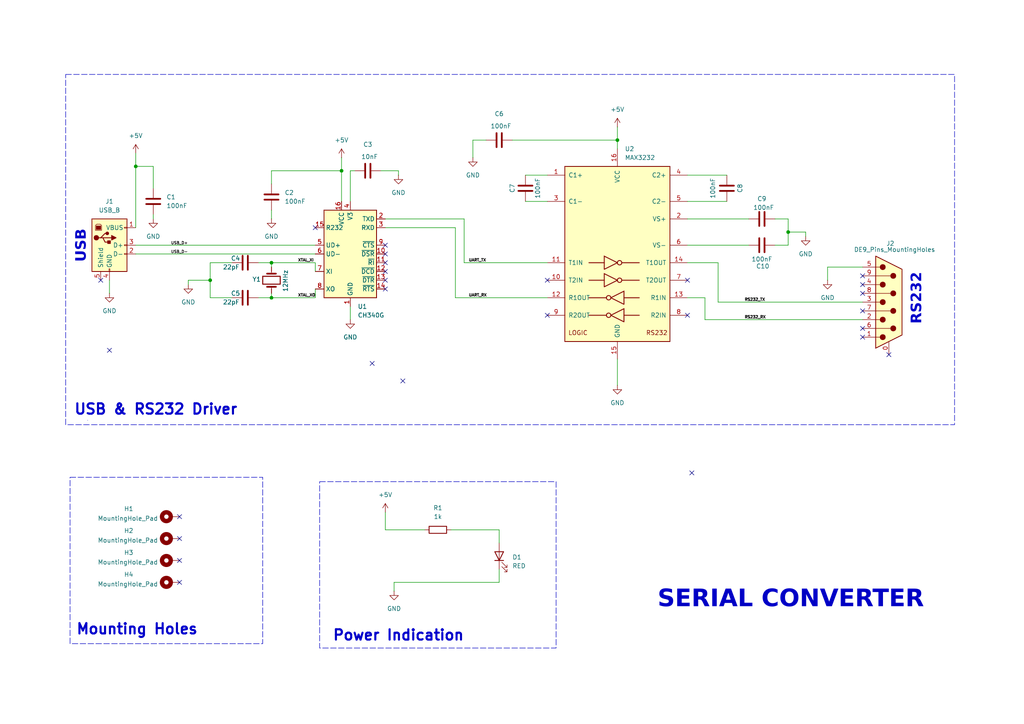
<source format=kicad_sch>
(kicad_sch
	(version 20250114)
	(generator "eeschema")
	(generator_version "9.0")
	(uuid "6da8557c-5b97-471f-bbad-dbfbfb21f435")
	(paper "A4")
	(title_block
		(title "USB to RS232 Converter")
		(date "2025-04-22")
		(rev "0 ")
		(company "By Yashomati Bawane")
	)
	(lib_symbols
		(symbol "Connector:DE9_Pins_MountingHoles"
			(pin_names
				(offset 1.016)
				(hide yes)
			)
			(exclude_from_sim no)
			(in_bom yes)
			(on_board yes)
			(property "Reference" "J"
				(at 0 16.51 0)
				(effects
					(font
						(size 1.27 1.27)
					)
				)
			)
			(property "Value" "DE9_Pins_MountingHoles"
				(at 0 14.605 0)
				(effects
					(font
						(size 1.27 1.27)
					)
				)
			)
			(property "Footprint" ""
				(at 0 0 0)
				(effects
					(font
						(size 1.27 1.27)
					)
					(hide yes)
				)
			)
			(property "Datasheet" "~"
				(at 0 0 0)
				(effects
					(font
						(size 1.27 1.27)
					)
					(hide yes)
				)
			)
			(property "Description" "9-pin D-SUB connector, pins (male), Mounting Hole"
				(at 0 0 0)
				(effects
					(font
						(size 1.27 1.27)
					)
					(hide yes)
				)
			)
			(property "ki_keywords" "DSUB DB9"
				(at 0 0 0)
				(effects
					(font
						(size 1.27 1.27)
					)
					(hide yes)
				)
			)
			(property "ki_fp_filters" "DSUB*Pins*"
				(at 0 0 0)
				(effects
					(font
						(size 1.27 1.27)
					)
					(hide yes)
				)
			)
			(symbol "DE9_Pins_MountingHoles_0_1"
				(polyline
					(pts
						(xy -3.81 10.16) (xy -2.54 10.16)
					)
					(stroke
						(width 0)
						(type default)
					)
					(fill
						(type none)
					)
				)
				(polyline
					(pts
						(xy -3.81 7.62) (xy 0.508 7.62)
					)
					(stroke
						(width 0)
						(type default)
					)
					(fill
						(type none)
					)
				)
				(polyline
					(pts
						(xy -3.81 5.08) (xy -2.54 5.08)
					)
					(stroke
						(width 0)
						(type default)
					)
					(fill
						(type none)
					)
				)
				(polyline
					(pts
						(xy -3.81 2.54) (xy 0.508 2.54)
					)
					(stroke
						(width 0)
						(type default)
					)
					(fill
						(type none)
					)
				)
				(polyline
					(pts
						(xy -3.81 0) (xy -2.54 0)
					)
					(stroke
						(width 0)
						(type default)
					)
					(fill
						(type none)
					)
				)
				(polyline
					(pts
						(xy -3.81 -2.54) (xy 0.508 -2.54)
					)
					(stroke
						(width 0)
						(type default)
					)
					(fill
						(type none)
					)
				)
				(polyline
					(pts
						(xy -3.81 -5.08) (xy -2.54 -5.08)
					)
					(stroke
						(width 0)
						(type default)
					)
					(fill
						(type none)
					)
				)
				(polyline
					(pts
						(xy -3.81 -7.62) (xy 0.508 -7.62)
					)
					(stroke
						(width 0)
						(type default)
					)
					(fill
						(type none)
					)
				)
				(polyline
					(pts
						(xy -3.81 -10.16) (xy -2.54 -10.16)
					)
					(stroke
						(width 0)
						(type default)
					)
					(fill
						(type none)
					)
				)
				(polyline
					(pts
						(xy -3.81 -13.335) (xy -3.81 13.335) (xy 3.81 9.525) (xy 3.81 -9.525) (xy -3.81 -13.335)
					)
					(stroke
						(width 0.254)
						(type default)
					)
					(fill
						(type background)
					)
				)
				(circle
					(center -1.778 10.16)
					(radius 0.762)
					(stroke
						(width 0)
						(type default)
					)
					(fill
						(type outline)
					)
				)
				(circle
					(center -1.778 5.08)
					(radius 0.762)
					(stroke
						(width 0)
						(type default)
					)
					(fill
						(type outline)
					)
				)
				(circle
					(center -1.778 0)
					(radius 0.762)
					(stroke
						(width 0)
						(type default)
					)
					(fill
						(type outline)
					)
				)
				(circle
					(center -1.778 -5.08)
					(radius 0.762)
					(stroke
						(width 0)
						(type default)
					)
					(fill
						(type outline)
					)
				)
				(circle
					(center -1.778 -10.16)
					(radius 0.762)
					(stroke
						(width 0)
						(type default)
					)
					(fill
						(type outline)
					)
				)
				(circle
					(center 1.27 7.62)
					(radius 0.762)
					(stroke
						(width 0)
						(type default)
					)
					(fill
						(type outline)
					)
				)
				(circle
					(center 1.27 2.54)
					(radius 0.762)
					(stroke
						(width 0)
						(type default)
					)
					(fill
						(type outline)
					)
				)
				(circle
					(center 1.27 -2.54)
					(radius 0.762)
					(stroke
						(width 0)
						(type default)
					)
					(fill
						(type outline)
					)
				)
				(circle
					(center 1.27 -7.62)
					(radius 0.762)
					(stroke
						(width 0)
						(type default)
					)
					(fill
						(type outline)
					)
				)
			)
			(symbol "DE9_Pins_MountingHoles_1_1"
				(pin passive line
					(at -7.62 10.16 0)
					(length 3.81)
					(name "5"
						(effects
							(font
								(size 1.27 1.27)
							)
						)
					)
					(number "5"
						(effects
							(font
								(size 1.27 1.27)
							)
						)
					)
				)
				(pin passive line
					(at -7.62 7.62 0)
					(length 3.81)
					(name "9"
						(effects
							(font
								(size 1.27 1.27)
							)
						)
					)
					(number "9"
						(effects
							(font
								(size 1.27 1.27)
							)
						)
					)
				)
				(pin passive line
					(at -7.62 5.08 0)
					(length 3.81)
					(name "4"
						(effects
							(font
								(size 1.27 1.27)
							)
						)
					)
					(number "4"
						(effects
							(font
								(size 1.27 1.27)
							)
						)
					)
				)
				(pin passive line
					(at -7.62 2.54 0)
					(length 3.81)
					(name "8"
						(effects
							(font
								(size 1.27 1.27)
							)
						)
					)
					(number "8"
						(effects
							(font
								(size 1.27 1.27)
							)
						)
					)
				)
				(pin passive line
					(at -7.62 0 0)
					(length 3.81)
					(name "3"
						(effects
							(font
								(size 1.27 1.27)
							)
						)
					)
					(number "3"
						(effects
							(font
								(size 1.27 1.27)
							)
						)
					)
				)
				(pin passive line
					(at -7.62 -2.54 0)
					(length 3.81)
					(name "7"
						(effects
							(font
								(size 1.27 1.27)
							)
						)
					)
					(number "7"
						(effects
							(font
								(size 1.27 1.27)
							)
						)
					)
				)
				(pin passive line
					(at -7.62 -5.08 0)
					(length 3.81)
					(name "2"
						(effects
							(font
								(size 1.27 1.27)
							)
						)
					)
					(number "2"
						(effects
							(font
								(size 1.27 1.27)
							)
						)
					)
				)
				(pin passive line
					(at -7.62 -7.62 0)
					(length 3.81)
					(name "6"
						(effects
							(font
								(size 1.27 1.27)
							)
						)
					)
					(number "6"
						(effects
							(font
								(size 1.27 1.27)
							)
						)
					)
				)
				(pin passive line
					(at -7.62 -10.16 0)
					(length 3.81)
					(name "1"
						(effects
							(font
								(size 1.27 1.27)
							)
						)
					)
					(number "1"
						(effects
							(font
								(size 1.27 1.27)
							)
						)
					)
				)
				(pin passive line
					(at 0 -15.24 90)
					(length 3.81)
					(name "PAD"
						(effects
							(font
								(size 1.27 1.27)
							)
						)
					)
					(number "0"
						(effects
							(font
								(size 1.27 1.27)
							)
						)
					)
				)
			)
			(embedded_fonts no)
		)
		(symbol "Connector:USB_B"
			(pin_names
				(offset 1.016)
			)
			(exclude_from_sim no)
			(in_bom yes)
			(on_board yes)
			(property "Reference" "J"
				(at -5.08 11.43 0)
				(effects
					(font
						(size 1.27 1.27)
					)
					(justify left)
				)
			)
			(property "Value" "USB_B"
				(at -5.08 8.89 0)
				(effects
					(font
						(size 1.27 1.27)
					)
					(justify left)
				)
			)
			(property "Footprint" ""
				(at 3.81 -1.27 0)
				(effects
					(font
						(size 1.27 1.27)
					)
					(hide yes)
				)
			)
			(property "Datasheet" "~"
				(at 3.81 -1.27 0)
				(effects
					(font
						(size 1.27 1.27)
					)
					(hide yes)
				)
			)
			(property "Description" "USB Type B connector"
				(at 0 0 0)
				(effects
					(font
						(size 1.27 1.27)
					)
					(hide yes)
				)
			)
			(property "ki_keywords" "connector USB"
				(at 0 0 0)
				(effects
					(font
						(size 1.27 1.27)
					)
					(hide yes)
				)
			)
			(property "ki_fp_filters" "USB*"
				(at 0 0 0)
				(effects
					(font
						(size 1.27 1.27)
					)
					(hide yes)
				)
			)
			(symbol "USB_B_0_1"
				(rectangle
					(start -5.08 -7.62)
					(end 5.08 7.62)
					(stroke
						(width 0.254)
						(type default)
					)
					(fill
						(type background)
					)
				)
				(polyline
					(pts
						(xy -4.064 4.318) (xy -2.286 4.318) (xy -2.286 5.715) (xy -2.667 6.096) (xy -3.683 6.096) (xy -4.064 5.715)
						(xy -4.064 4.318)
					)
					(stroke
						(width 0)
						(type default)
					)
					(fill
						(type none)
					)
				)
				(rectangle
					(start -3.81 5.588)
					(end -2.54 4.572)
					(stroke
						(width 0)
						(type default)
					)
					(fill
						(type outline)
					)
				)
				(circle
					(center -3.81 2.159)
					(radius 0.635)
					(stroke
						(width 0.254)
						(type default)
					)
					(fill
						(type outline)
					)
				)
				(polyline
					(pts
						(xy -3.175 2.159) (xy -2.54 2.159) (xy -1.27 3.429) (xy -0.635 3.429)
					)
					(stroke
						(width 0.254)
						(type default)
					)
					(fill
						(type none)
					)
				)
				(polyline
					(pts
						(xy -2.54 2.159) (xy -1.905 2.159) (xy -1.27 0.889) (xy 0 0.889)
					)
					(stroke
						(width 0.254)
						(type default)
					)
					(fill
						(type none)
					)
				)
				(polyline
					(pts
						(xy -1.905 2.159) (xy 0.635 2.159)
					)
					(stroke
						(width 0.254)
						(type default)
					)
					(fill
						(type none)
					)
				)
				(circle
					(center -0.635 3.429)
					(radius 0.381)
					(stroke
						(width 0.254)
						(type default)
					)
					(fill
						(type outline)
					)
				)
				(rectangle
					(start -0.127 -7.62)
					(end 0.127 -6.858)
					(stroke
						(width 0)
						(type default)
					)
					(fill
						(type none)
					)
				)
				(rectangle
					(start 0.254 1.27)
					(end -0.508 0.508)
					(stroke
						(width 0.254)
						(type default)
					)
					(fill
						(type outline)
					)
				)
				(polyline
					(pts
						(xy 0.635 2.794) (xy 0.635 1.524) (xy 1.905 2.159) (xy 0.635 2.794)
					)
					(stroke
						(width 0.254)
						(type default)
					)
					(fill
						(type outline)
					)
				)
				(rectangle
					(start 5.08 4.953)
					(end 4.318 5.207)
					(stroke
						(width 0)
						(type default)
					)
					(fill
						(type none)
					)
				)
				(rectangle
					(start 5.08 -0.127)
					(end 4.318 0.127)
					(stroke
						(width 0)
						(type default)
					)
					(fill
						(type none)
					)
				)
				(rectangle
					(start 5.08 -2.667)
					(end 4.318 -2.413)
					(stroke
						(width 0)
						(type default)
					)
					(fill
						(type none)
					)
				)
			)
			(symbol "USB_B_1_1"
				(pin passive line
					(at -2.54 -10.16 90)
					(length 2.54)
					(name "Shield"
						(effects
							(font
								(size 1.27 1.27)
							)
						)
					)
					(number "5"
						(effects
							(font
								(size 1.27 1.27)
							)
						)
					)
				)
				(pin power_out line
					(at 0 -10.16 90)
					(length 2.54)
					(name "GND"
						(effects
							(font
								(size 1.27 1.27)
							)
						)
					)
					(number "4"
						(effects
							(font
								(size 1.27 1.27)
							)
						)
					)
				)
				(pin power_out line
					(at 7.62 5.08 180)
					(length 2.54)
					(name "VBUS"
						(effects
							(font
								(size 1.27 1.27)
							)
						)
					)
					(number "1"
						(effects
							(font
								(size 1.27 1.27)
							)
						)
					)
				)
				(pin bidirectional line
					(at 7.62 0 180)
					(length 2.54)
					(name "D+"
						(effects
							(font
								(size 1.27 1.27)
							)
						)
					)
					(number "3"
						(effects
							(font
								(size 1.27 1.27)
							)
						)
					)
				)
				(pin bidirectional line
					(at 7.62 -2.54 180)
					(length 2.54)
					(name "D-"
						(effects
							(font
								(size 1.27 1.27)
							)
						)
					)
					(number "2"
						(effects
							(font
								(size 1.27 1.27)
							)
						)
					)
				)
			)
			(embedded_fonts no)
		)
		(symbol "Device:C"
			(pin_numbers
				(hide yes)
			)
			(pin_names
				(offset 0.254)
			)
			(exclude_from_sim no)
			(in_bom yes)
			(on_board yes)
			(property "Reference" "C"
				(at 0.635 2.54 0)
				(effects
					(font
						(size 1.27 1.27)
					)
					(justify left)
				)
			)
			(property "Value" "C"
				(at 0.635 -2.54 0)
				(effects
					(font
						(size 1.27 1.27)
					)
					(justify left)
				)
			)
			(property "Footprint" ""
				(at 0.9652 -3.81 0)
				(effects
					(font
						(size 1.27 1.27)
					)
					(hide yes)
				)
			)
			(property "Datasheet" "~"
				(at 0 0 0)
				(effects
					(font
						(size 1.27 1.27)
					)
					(hide yes)
				)
			)
			(property "Description" "Unpolarized capacitor"
				(at 0 0 0)
				(effects
					(font
						(size 1.27 1.27)
					)
					(hide yes)
				)
			)
			(property "ki_keywords" "cap capacitor"
				(at 0 0 0)
				(effects
					(font
						(size 1.27 1.27)
					)
					(hide yes)
				)
			)
			(property "ki_fp_filters" "C_*"
				(at 0 0 0)
				(effects
					(font
						(size 1.27 1.27)
					)
					(hide yes)
				)
			)
			(symbol "C_0_1"
				(polyline
					(pts
						(xy -2.032 0.762) (xy 2.032 0.762)
					)
					(stroke
						(width 0.508)
						(type default)
					)
					(fill
						(type none)
					)
				)
				(polyline
					(pts
						(xy -2.032 -0.762) (xy 2.032 -0.762)
					)
					(stroke
						(width 0.508)
						(type default)
					)
					(fill
						(type none)
					)
				)
			)
			(symbol "C_1_1"
				(pin passive line
					(at 0 3.81 270)
					(length 2.794)
					(name "~"
						(effects
							(font
								(size 1.27 1.27)
							)
						)
					)
					(number "1"
						(effects
							(font
								(size 1.27 1.27)
							)
						)
					)
				)
				(pin passive line
					(at 0 -3.81 90)
					(length 2.794)
					(name "~"
						(effects
							(font
								(size 1.27 1.27)
							)
						)
					)
					(number "2"
						(effects
							(font
								(size 1.27 1.27)
							)
						)
					)
				)
			)
			(embedded_fonts no)
		)
		(symbol "Device:Crystal"
			(pin_numbers
				(hide yes)
			)
			(pin_names
				(offset 1.016)
				(hide yes)
			)
			(exclude_from_sim no)
			(in_bom yes)
			(on_board yes)
			(property "Reference" "Y"
				(at 0 3.81 0)
				(effects
					(font
						(size 1.27 1.27)
					)
				)
			)
			(property "Value" "Crystal"
				(at 0 -3.81 0)
				(effects
					(font
						(size 1.27 1.27)
					)
				)
			)
			(property "Footprint" ""
				(at 0 0 0)
				(effects
					(font
						(size 1.27 1.27)
					)
					(hide yes)
				)
			)
			(property "Datasheet" "~"
				(at 0 0 0)
				(effects
					(font
						(size 1.27 1.27)
					)
					(hide yes)
				)
			)
			(property "Description" "Two pin crystal"
				(at 0 0 0)
				(effects
					(font
						(size 1.27 1.27)
					)
					(hide yes)
				)
			)
			(property "ki_keywords" "quartz ceramic resonator oscillator"
				(at 0 0 0)
				(effects
					(font
						(size 1.27 1.27)
					)
					(hide yes)
				)
			)
			(property "ki_fp_filters" "Crystal*"
				(at 0 0 0)
				(effects
					(font
						(size 1.27 1.27)
					)
					(hide yes)
				)
			)
			(symbol "Crystal_0_1"
				(polyline
					(pts
						(xy -2.54 0) (xy -1.905 0)
					)
					(stroke
						(width 0)
						(type default)
					)
					(fill
						(type none)
					)
				)
				(polyline
					(pts
						(xy -1.905 -1.27) (xy -1.905 1.27)
					)
					(stroke
						(width 0.508)
						(type default)
					)
					(fill
						(type none)
					)
				)
				(rectangle
					(start -1.143 2.54)
					(end 1.143 -2.54)
					(stroke
						(width 0.3048)
						(type default)
					)
					(fill
						(type none)
					)
				)
				(polyline
					(pts
						(xy 1.905 -1.27) (xy 1.905 1.27)
					)
					(stroke
						(width 0.508)
						(type default)
					)
					(fill
						(type none)
					)
				)
				(polyline
					(pts
						(xy 2.54 0) (xy 1.905 0)
					)
					(stroke
						(width 0)
						(type default)
					)
					(fill
						(type none)
					)
				)
			)
			(symbol "Crystal_1_1"
				(pin passive line
					(at -3.81 0 0)
					(length 1.27)
					(name "1"
						(effects
							(font
								(size 1.27 1.27)
							)
						)
					)
					(number "1"
						(effects
							(font
								(size 1.27 1.27)
							)
						)
					)
				)
				(pin passive line
					(at 3.81 0 180)
					(length 1.27)
					(name "2"
						(effects
							(font
								(size 1.27 1.27)
							)
						)
					)
					(number "2"
						(effects
							(font
								(size 1.27 1.27)
							)
						)
					)
				)
			)
			(embedded_fonts no)
		)
		(symbol "Device:LED"
			(pin_numbers
				(hide yes)
			)
			(pin_names
				(offset 1.016)
				(hide yes)
			)
			(exclude_from_sim no)
			(in_bom yes)
			(on_board yes)
			(property "Reference" "D"
				(at 0 2.54 0)
				(effects
					(font
						(size 1.27 1.27)
					)
				)
			)
			(property "Value" "LED"
				(at 0 -2.54 0)
				(effects
					(font
						(size 1.27 1.27)
					)
				)
			)
			(property "Footprint" ""
				(at 0 0 0)
				(effects
					(font
						(size 1.27 1.27)
					)
					(hide yes)
				)
			)
			(property "Datasheet" "~"
				(at 0 0 0)
				(effects
					(font
						(size 1.27 1.27)
					)
					(hide yes)
				)
			)
			(property "Description" "Light emitting diode"
				(at 0 0 0)
				(effects
					(font
						(size 1.27 1.27)
					)
					(hide yes)
				)
			)
			(property "Sim.Pins" "1=K 2=A"
				(at 0 0 0)
				(effects
					(font
						(size 1.27 1.27)
					)
					(hide yes)
				)
			)
			(property "ki_keywords" "LED diode"
				(at 0 0 0)
				(effects
					(font
						(size 1.27 1.27)
					)
					(hide yes)
				)
			)
			(property "ki_fp_filters" "LED* LED_SMD:* LED_THT:*"
				(at 0 0 0)
				(effects
					(font
						(size 1.27 1.27)
					)
					(hide yes)
				)
			)
			(symbol "LED_0_1"
				(polyline
					(pts
						(xy -3.048 -0.762) (xy -4.572 -2.286) (xy -3.81 -2.286) (xy -4.572 -2.286) (xy -4.572 -1.524)
					)
					(stroke
						(width 0)
						(type default)
					)
					(fill
						(type none)
					)
				)
				(polyline
					(pts
						(xy -1.778 -0.762) (xy -3.302 -2.286) (xy -2.54 -2.286) (xy -3.302 -2.286) (xy -3.302 -1.524)
					)
					(stroke
						(width 0)
						(type default)
					)
					(fill
						(type none)
					)
				)
				(polyline
					(pts
						(xy -1.27 0) (xy 1.27 0)
					)
					(stroke
						(width 0)
						(type default)
					)
					(fill
						(type none)
					)
				)
				(polyline
					(pts
						(xy -1.27 -1.27) (xy -1.27 1.27)
					)
					(stroke
						(width 0.254)
						(type default)
					)
					(fill
						(type none)
					)
				)
				(polyline
					(pts
						(xy 1.27 -1.27) (xy 1.27 1.27) (xy -1.27 0) (xy 1.27 -1.27)
					)
					(stroke
						(width 0.254)
						(type default)
					)
					(fill
						(type none)
					)
				)
			)
			(symbol "LED_1_1"
				(pin passive line
					(at -3.81 0 0)
					(length 2.54)
					(name "K"
						(effects
							(font
								(size 1.27 1.27)
							)
						)
					)
					(number "1"
						(effects
							(font
								(size 1.27 1.27)
							)
						)
					)
				)
				(pin passive line
					(at 3.81 0 180)
					(length 2.54)
					(name "A"
						(effects
							(font
								(size 1.27 1.27)
							)
						)
					)
					(number "2"
						(effects
							(font
								(size 1.27 1.27)
							)
						)
					)
				)
			)
			(embedded_fonts no)
		)
		(symbol "Device:R"
			(pin_numbers
				(hide yes)
			)
			(pin_names
				(offset 0)
			)
			(exclude_from_sim no)
			(in_bom yes)
			(on_board yes)
			(property "Reference" "R"
				(at 2.032 0 90)
				(effects
					(font
						(size 1.27 1.27)
					)
				)
			)
			(property "Value" "R"
				(at 0 0 90)
				(effects
					(font
						(size 1.27 1.27)
					)
				)
			)
			(property "Footprint" ""
				(at -1.778 0 90)
				(effects
					(font
						(size 1.27 1.27)
					)
					(hide yes)
				)
			)
			(property "Datasheet" "~"
				(at 0 0 0)
				(effects
					(font
						(size 1.27 1.27)
					)
					(hide yes)
				)
			)
			(property "Description" "Resistor"
				(at 0 0 0)
				(effects
					(font
						(size 1.27 1.27)
					)
					(hide yes)
				)
			)
			(property "ki_keywords" "R res resistor"
				(at 0 0 0)
				(effects
					(font
						(size 1.27 1.27)
					)
					(hide yes)
				)
			)
			(property "ki_fp_filters" "R_*"
				(at 0 0 0)
				(effects
					(font
						(size 1.27 1.27)
					)
					(hide yes)
				)
			)
			(symbol "R_0_1"
				(rectangle
					(start -1.016 -2.54)
					(end 1.016 2.54)
					(stroke
						(width 0.254)
						(type default)
					)
					(fill
						(type none)
					)
				)
			)
			(symbol "R_1_1"
				(pin passive line
					(at 0 3.81 270)
					(length 1.27)
					(name "~"
						(effects
							(font
								(size 1.27 1.27)
							)
						)
					)
					(number "1"
						(effects
							(font
								(size 1.27 1.27)
							)
						)
					)
				)
				(pin passive line
					(at 0 -3.81 90)
					(length 1.27)
					(name "~"
						(effects
							(font
								(size 1.27 1.27)
							)
						)
					)
					(number "2"
						(effects
							(font
								(size 1.27 1.27)
							)
						)
					)
				)
			)
			(embedded_fonts no)
		)
		(symbol "Interface_UART:MAX3232"
			(pin_names
				(offset 1.016)
			)
			(exclude_from_sim no)
			(in_bom yes)
			(on_board yes)
			(property "Reference" "U"
				(at -2.54 28.575 0)
				(effects
					(font
						(size 1.27 1.27)
					)
					(justify right)
				)
			)
			(property "Value" "MAX3232"
				(at -2.54 26.67 0)
				(effects
					(font
						(size 1.27 1.27)
					)
					(justify right)
				)
			)
			(property "Footprint" ""
				(at 1.27 -26.67 0)
				(effects
					(font
						(size 1.27 1.27)
					)
					(justify left)
					(hide yes)
				)
			)
			(property "Datasheet" "https://datasheets.maximintegrated.com/en/ds/MAX3222-MAX3241.pdf"
				(at 0 2.54 0)
				(effects
					(font
						(size 1.27 1.27)
					)
					(hide yes)
				)
			)
			(property "Description" "3.0V to 5.5V, Low-Power, up to 1Mbps, True RS-232 Transceivers Using Four 0.1μF External Capacitors"
				(at 0 0 0)
				(effects
					(font
						(size 1.27 1.27)
					)
					(hide yes)
				)
			)
			(property "ki_keywords" "rs232 uart transceiver line-driver"
				(at 0 0 0)
				(effects
					(font
						(size 1.27 1.27)
					)
					(hide yes)
				)
			)
			(property "ki_fp_filters" "SOIC*P1.27mm* DIP*W7.62mm* TSSOP*4.4x5mm*P0.65mm*"
				(at 0 0 0)
				(effects
					(font
						(size 1.27 1.27)
					)
					(hide yes)
				)
			)
			(symbol "MAX3232_0_0"
				(text "LOGIC"
					(at -11.43 -22.86 0)
					(effects
						(font
							(size 1.27 1.27)
						)
					)
				)
				(text "RS232"
					(at 11.43 -22.86 0)
					(effects
						(font
							(size 1.27 1.27)
						)
					)
				)
			)
			(symbol "MAX3232_0_1"
				(rectangle
					(start -15.24 -25.4)
					(end 15.24 25.4)
					(stroke
						(width 0.254)
						(type default)
					)
					(fill
						(type background)
					)
				)
				(polyline
					(pts
						(xy -3.81 -0.635) (xy -3.81 -4.445) (xy 0 -2.54) (xy -3.81 -0.635)
					)
					(stroke
						(width 0.254)
						(type default)
					)
					(fill
						(type none)
					)
				)
				(polyline
					(pts
						(xy -3.81 -2.54) (xy -8.255 -2.54)
					)
					(stroke
						(width 0.254)
						(type default)
					)
					(fill
						(type none)
					)
				)
				(polyline
					(pts
						(xy -3.81 -5.715) (xy -3.81 -9.525) (xy 0 -7.62) (xy -3.81 -5.715)
					)
					(stroke
						(width 0.254)
						(type default)
					)
					(fill
						(type none)
					)
				)
				(polyline
					(pts
						(xy -3.81 -7.62) (xy -8.255 -7.62)
					)
					(stroke
						(width 0.254)
						(type default)
					)
					(fill
						(type none)
					)
				)
				(polyline
					(pts
						(xy -3.175 -12.7) (xy -8.255 -12.7)
					)
					(stroke
						(width 0.254)
						(type default)
					)
					(fill
						(type none)
					)
				)
				(polyline
					(pts
						(xy -3.175 -17.78) (xy -8.255 -17.78)
					)
					(stroke
						(width 0.254)
						(type default)
					)
					(fill
						(type none)
					)
				)
				(circle
					(center -2.54 -12.7)
					(radius 0.635)
					(stroke
						(width 0.254)
						(type default)
					)
					(fill
						(type none)
					)
				)
				(circle
					(center -2.54 -17.78)
					(radius 0.635)
					(stroke
						(width 0.254)
						(type default)
					)
					(fill
						(type none)
					)
				)
				(circle
					(center 0.635 -2.54)
					(radius 0.635)
					(stroke
						(width 0.254)
						(type default)
					)
					(fill
						(type none)
					)
				)
				(circle
					(center 0.635 -7.62)
					(radius 0.635)
					(stroke
						(width 0.254)
						(type default)
					)
					(fill
						(type none)
					)
				)
				(polyline
					(pts
						(xy 1.27 -2.54) (xy 6.35 -2.54)
					)
					(stroke
						(width 0.254)
						(type default)
					)
					(fill
						(type none)
					)
				)
				(polyline
					(pts
						(xy 1.27 -7.62) (xy 6.35 -7.62)
					)
					(stroke
						(width 0.254)
						(type default)
					)
					(fill
						(type none)
					)
				)
				(polyline
					(pts
						(xy 1.905 -10.795) (xy 1.905 -14.605) (xy -1.905 -12.7) (xy 1.905 -10.795)
					)
					(stroke
						(width 0.254)
						(type default)
					)
					(fill
						(type none)
					)
				)
				(polyline
					(pts
						(xy 1.905 -12.7) (xy 6.35 -12.7)
					)
					(stroke
						(width 0.254)
						(type default)
					)
					(fill
						(type none)
					)
				)
				(polyline
					(pts
						(xy 1.905 -15.875) (xy 1.905 -19.685) (xy -1.905 -17.78) (xy 1.905 -15.875)
					)
					(stroke
						(width 0.254)
						(type default)
					)
					(fill
						(type none)
					)
				)
				(polyline
					(pts
						(xy 1.905 -17.78) (xy 6.35 -17.78)
					)
					(stroke
						(width 0.254)
						(type default)
					)
					(fill
						(type none)
					)
				)
			)
			(symbol "MAX3232_1_1"
				(pin passive line
					(at -20.32 22.86 0)
					(length 5.08)
					(name "C1+"
						(effects
							(font
								(size 1.27 1.27)
							)
						)
					)
					(number "1"
						(effects
							(font
								(size 1.27 1.27)
							)
						)
					)
				)
				(pin passive line
					(at -20.32 15.24 0)
					(length 5.08)
					(name "C1-"
						(effects
							(font
								(size 1.27 1.27)
							)
						)
					)
					(number "3"
						(effects
							(font
								(size 1.27 1.27)
							)
						)
					)
				)
				(pin input line
					(at -20.32 -2.54 0)
					(length 5.08)
					(name "T1IN"
						(effects
							(font
								(size 1.27 1.27)
							)
						)
					)
					(number "11"
						(effects
							(font
								(size 1.27 1.27)
							)
						)
					)
				)
				(pin input line
					(at -20.32 -7.62 0)
					(length 5.08)
					(name "T2IN"
						(effects
							(font
								(size 1.27 1.27)
							)
						)
					)
					(number "10"
						(effects
							(font
								(size 1.27 1.27)
							)
						)
					)
				)
				(pin output line
					(at -20.32 -12.7 0)
					(length 5.08)
					(name "R1OUT"
						(effects
							(font
								(size 1.27 1.27)
							)
						)
					)
					(number "12"
						(effects
							(font
								(size 1.27 1.27)
							)
						)
					)
				)
				(pin output line
					(at -20.32 -17.78 0)
					(length 5.08)
					(name "R2OUT"
						(effects
							(font
								(size 1.27 1.27)
							)
						)
					)
					(number "9"
						(effects
							(font
								(size 1.27 1.27)
							)
						)
					)
				)
				(pin power_in line
					(at 0 30.48 270)
					(length 5.08)
					(name "VCC"
						(effects
							(font
								(size 1.27 1.27)
							)
						)
					)
					(number "16"
						(effects
							(font
								(size 1.27 1.27)
							)
						)
					)
				)
				(pin power_in line
					(at 0 -30.48 90)
					(length 5.08)
					(name "GND"
						(effects
							(font
								(size 1.27 1.27)
							)
						)
					)
					(number "15"
						(effects
							(font
								(size 1.27 1.27)
							)
						)
					)
				)
				(pin passive line
					(at 20.32 22.86 180)
					(length 5.08)
					(name "C2+"
						(effects
							(font
								(size 1.27 1.27)
							)
						)
					)
					(number "4"
						(effects
							(font
								(size 1.27 1.27)
							)
						)
					)
				)
				(pin passive line
					(at 20.32 15.24 180)
					(length 5.08)
					(name "C2-"
						(effects
							(font
								(size 1.27 1.27)
							)
						)
					)
					(number "5"
						(effects
							(font
								(size 1.27 1.27)
							)
						)
					)
				)
				(pin power_out line
					(at 20.32 10.16 180)
					(length 5.08)
					(name "VS+"
						(effects
							(font
								(size 1.27 1.27)
							)
						)
					)
					(number "2"
						(effects
							(font
								(size 1.27 1.27)
							)
						)
					)
				)
				(pin power_out line
					(at 20.32 2.54 180)
					(length 5.08)
					(name "VS-"
						(effects
							(font
								(size 1.27 1.27)
							)
						)
					)
					(number "6"
						(effects
							(font
								(size 1.27 1.27)
							)
						)
					)
				)
				(pin output line
					(at 20.32 -2.54 180)
					(length 5.08)
					(name "T1OUT"
						(effects
							(font
								(size 1.27 1.27)
							)
						)
					)
					(number "14"
						(effects
							(font
								(size 1.27 1.27)
							)
						)
					)
				)
				(pin output line
					(at 20.32 -7.62 180)
					(length 5.08)
					(name "T2OUT"
						(effects
							(font
								(size 1.27 1.27)
							)
						)
					)
					(number "7"
						(effects
							(font
								(size 1.27 1.27)
							)
						)
					)
				)
				(pin input line
					(at 20.32 -12.7 180)
					(length 5.08)
					(name "R1IN"
						(effects
							(font
								(size 1.27 1.27)
							)
						)
					)
					(number "13"
						(effects
							(font
								(size 1.27 1.27)
							)
						)
					)
				)
				(pin input line
					(at 20.32 -17.78 180)
					(length 5.08)
					(name "R2IN"
						(effects
							(font
								(size 1.27 1.27)
							)
						)
					)
					(number "8"
						(effects
							(font
								(size 1.27 1.27)
							)
						)
					)
				)
			)
			(embedded_fonts no)
		)
		(symbol "Interface_USB:CH340G"
			(exclude_from_sim no)
			(in_bom yes)
			(on_board yes)
			(property "Reference" "U"
				(at -5.08 13.97 0)
				(effects
					(font
						(size 1.27 1.27)
					)
					(justify right)
				)
			)
			(property "Value" "CH340G"
				(at 1.27 13.97 0)
				(effects
					(font
						(size 1.27 1.27)
					)
					(justify left)
				)
			)
			(property "Footprint" "Package_SO:SOIC-16_3.9x9.9mm_P1.27mm"
				(at 1.27 -13.97 0)
				(effects
					(font
						(size 1.27 1.27)
					)
					(justify left)
					(hide yes)
				)
			)
			(property "Datasheet" "http://www.datasheet5.com/pdf-local-2195953"
				(at -8.89 20.32 0)
				(effects
					(font
						(size 1.27 1.27)
					)
					(hide yes)
				)
			)
			(property "Description" "USB serial converter, UART, SOIC-16"
				(at 0 0 0)
				(effects
					(font
						(size 1.27 1.27)
					)
					(hide yes)
				)
			)
			(property "ki_keywords" "USB UART Serial Converter Interface"
				(at 0 0 0)
				(effects
					(font
						(size 1.27 1.27)
					)
					(hide yes)
				)
			)
			(property "ki_fp_filters" "SOIC*3.9x9.9mm*P1.27mm*"
				(at 0 0 0)
				(effects
					(font
						(size 1.27 1.27)
					)
					(hide yes)
				)
			)
			(symbol "CH340G_0_1"
				(rectangle
					(start -7.62 12.7)
					(end 7.62 -12.7)
					(stroke
						(width 0.254)
						(type default)
					)
					(fill
						(type background)
					)
				)
			)
			(symbol "CH340G_1_1"
				(pin input line
					(at -10.16 7.62 0)
					(length 2.54)
					(name "R232"
						(effects
							(font
								(size 1.27 1.27)
							)
						)
					)
					(number "15"
						(effects
							(font
								(size 1.27 1.27)
							)
						)
					)
				)
				(pin bidirectional line
					(at -10.16 2.54 0)
					(length 2.54)
					(name "UD+"
						(effects
							(font
								(size 1.27 1.27)
							)
						)
					)
					(number "5"
						(effects
							(font
								(size 1.27 1.27)
							)
						)
					)
				)
				(pin bidirectional line
					(at -10.16 0 0)
					(length 2.54)
					(name "UD-"
						(effects
							(font
								(size 1.27 1.27)
							)
						)
					)
					(number "6"
						(effects
							(font
								(size 1.27 1.27)
							)
						)
					)
				)
				(pin input line
					(at -10.16 -5.08 0)
					(length 2.54)
					(name "XI"
						(effects
							(font
								(size 1.27 1.27)
							)
						)
					)
					(number "7"
						(effects
							(font
								(size 1.27 1.27)
							)
						)
					)
				)
				(pin output line
					(at -10.16 -10.16 0)
					(length 2.54)
					(name "XO"
						(effects
							(font
								(size 1.27 1.27)
							)
						)
					)
					(number "8"
						(effects
							(font
								(size 1.27 1.27)
							)
						)
					)
				)
				(pin power_in line
					(at -2.54 15.24 270)
					(length 2.54)
					(name "VCC"
						(effects
							(font
								(size 1.27 1.27)
							)
						)
					)
					(number "16"
						(effects
							(font
								(size 1.27 1.27)
							)
						)
					)
				)
				(pin power_out line
					(at 0 15.24 270)
					(length 2.54)
					(name "V3"
						(effects
							(font
								(size 1.27 1.27)
							)
						)
					)
					(number "4"
						(effects
							(font
								(size 1.27 1.27)
							)
						)
					)
				)
				(pin power_in line
					(at 0 -15.24 90)
					(length 2.54)
					(name "GND"
						(effects
							(font
								(size 1.27 1.27)
							)
						)
					)
					(number "1"
						(effects
							(font
								(size 1.27 1.27)
							)
						)
					)
				)
				(pin output line
					(at 10.16 10.16 180)
					(length 2.54)
					(name "TXD"
						(effects
							(font
								(size 1.27 1.27)
							)
						)
					)
					(number "2"
						(effects
							(font
								(size 1.27 1.27)
							)
						)
					)
				)
				(pin input line
					(at 10.16 7.62 180)
					(length 2.54)
					(name "RXD"
						(effects
							(font
								(size 1.27 1.27)
							)
						)
					)
					(number "3"
						(effects
							(font
								(size 1.27 1.27)
							)
						)
					)
				)
				(pin input line
					(at 10.16 2.54 180)
					(length 2.54)
					(name "~{CTS}"
						(effects
							(font
								(size 1.27 1.27)
							)
						)
					)
					(number "9"
						(effects
							(font
								(size 1.27 1.27)
							)
						)
					)
				)
				(pin input line
					(at 10.16 0 180)
					(length 2.54)
					(name "~{DSR}"
						(effects
							(font
								(size 1.27 1.27)
							)
						)
					)
					(number "10"
						(effects
							(font
								(size 1.27 1.27)
							)
						)
					)
				)
				(pin input line
					(at 10.16 -2.54 180)
					(length 2.54)
					(name "~{RI}"
						(effects
							(font
								(size 1.27 1.27)
							)
						)
					)
					(number "11"
						(effects
							(font
								(size 1.27 1.27)
							)
						)
					)
				)
				(pin input line
					(at 10.16 -5.08 180)
					(length 2.54)
					(name "~{DCD}"
						(effects
							(font
								(size 1.27 1.27)
							)
						)
					)
					(number "12"
						(effects
							(font
								(size 1.27 1.27)
							)
						)
					)
				)
				(pin output line
					(at 10.16 -7.62 180)
					(length 2.54)
					(name "~{DTR}"
						(effects
							(font
								(size 1.27 1.27)
							)
						)
					)
					(number "13"
						(effects
							(font
								(size 1.27 1.27)
							)
						)
					)
				)
				(pin output line
					(at 10.16 -10.16 180)
					(length 2.54)
					(name "~{RTS}"
						(effects
							(font
								(size 1.27 1.27)
							)
						)
					)
					(number "14"
						(effects
							(font
								(size 1.27 1.27)
							)
						)
					)
				)
			)
			(embedded_fonts no)
		)
		(symbol "Mechanical:MountingHole_Pad"
			(pin_numbers
				(hide yes)
			)
			(pin_names
				(offset 1.016)
				(hide yes)
			)
			(exclude_from_sim no)
			(in_bom no)
			(on_board yes)
			(property "Reference" "H"
				(at 0 6.35 0)
				(effects
					(font
						(size 1.27 1.27)
					)
				)
			)
			(property "Value" "MountingHole_Pad"
				(at 0 4.445 0)
				(effects
					(font
						(size 1.27 1.27)
					)
				)
			)
			(property "Footprint" ""
				(at 0 0 0)
				(effects
					(font
						(size 1.27 1.27)
					)
					(hide yes)
				)
			)
			(property "Datasheet" "~"
				(at 0 0 0)
				(effects
					(font
						(size 1.27 1.27)
					)
					(hide yes)
				)
			)
			(property "Description" "Mounting Hole with connection"
				(at 0 0 0)
				(effects
					(font
						(size 1.27 1.27)
					)
					(hide yes)
				)
			)
			(property "ki_keywords" "mounting hole"
				(at 0 0 0)
				(effects
					(font
						(size 1.27 1.27)
					)
					(hide yes)
				)
			)
			(property "ki_fp_filters" "MountingHole*Pad*"
				(at 0 0 0)
				(effects
					(font
						(size 1.27 1.27)
					)
					(hide yes)
				)
			)
			(symbol "MountingHole_Pad_0_1"
				(circle
					(center 0 1.27)
					(radius 1.27)
					(stroke
						(width 1.27)
						(type default)
					)
					(fill
						(type none)
					)
				)
			)
			(symbol "MountingHole_Pad_1_1"
				(pin input line
					(at 0 -2.54 90)
					(length 2.54)
					(name "1"
						(effects
							(font
								(size 1.27 1.27)
							)
						)
					)
					(number "1"
						(effects
							(font
								(size 1.27 1.27)
							)
						)
					)
				)
			)
			(embedded_fonts no)
		)
		(symbol "power:+5V"
			(power)
			(pin_numbers
				(hide yes)
			)
			(pin_names
				(offset 0)
				(hide yes)
			)
			(exclude_from_sim no)
			(in_bom yes)
			(on_board yes)
			(property "Reference" "#PWR"
				(at 0 -3.81 0)
				(effects
					(font
						(size 1.27 1.27)
					)
					(hide yes)
				)
			)
			(property "Value" "+5V"
				(at 0 3.556 0)
				(effects
					(font
						(size 1.27 1.27)
					)
				)
			)
			(property "Footprint" ""
				(at 0 0 0)
				(effects
					(font
						(size 1.27 1.27)
					)
					(hide yes)
				)
			)
			(property "Datasheet" ""
				(at 0 0 0)
				(effects
					(font
						(size 1.27 1.27)
					)
					(hide yes)
				)
			)
			(property "Description" "Power symbol creates a global label with name \"+5V\""
				(at 0 0 0)
				(effects
					(font
						(size 1.27 1.27)
					)
					(hide yes)
				)
			)
			(property "ki_keywords" "global power"
				(at 0 0 0)
				(effects
					(font
						(size 1.27 1.27)
					)
					(hide yes)
				)
			)
			(symbol "+5V_0_1"
				(polyline
					(pts
						(xy -0.762 1.27) (xy 0 2.54)
					)
					(stroke
						(width 0)
						(type default)
					)
					(fill
						(type none)
					)
				)
				(polyline
					(pts
						(xy 0 2.54) (xy 0.762 1.27)
					)
					(stroke
						(width 0)
						(type default)
					)
					(fill
						(type none)
					)
				)
				(polyline
					(pts
						(xy 0 0) (xy 0 2.54)
					)
					(stroke
						(width 0)
						(type default)
					)
					(fill
						(type none)
					)
				)
			)
			(symbol "+5V_1_1"
				(pin power_in line
					(at 0 0 90)
					(length 0)
					(name "~"
						(effects
							(font
								(size 1.27 1.27)
							)
						)
					)
					(number "1"
						(effects
							(font
								(size 1.27 1.27)
							)
						)
					)
				)
			)
			(embedded_fonts no)
		)
		(symbol "power:GND"
			(power)
			(pin_numbers
				(hide yes)
			)
			(pin_names
				(offset 0)
				(hide yes)
			)
			(exclude_from_sim no)
			(in_bom yes)
			(on_board yes)
			(property "Reference" "#PWR"
				(at 0 -6.35 0)
				(effects
					(font
						(size 1.27 1.27)
					)
					(hide yes)
				)
			)
			(property "Value" "GND"
				(at 0 -3.81 0)
				(effects
					(font
						(size 1.27 1.27)
					)
				)
			)
			(property "Footprint" ""
				(at 0 0 0)
				(effects
					(font
						(size 1.27 1.27)
					)
					(hide yes)
				)
			)
			(property "Datasheet" ""
				(at 0 0 0)
				(effects
					(font
						(size 1.27 1.27)
					)
					(hide yes)
				)
			)
			(property "Description" "Power symbol creates a global label with name \"GND\" , ground"
				(at 0 0 0)
				(effects
					(font
						(size 1.27 1.27)
					)
					(hide yes)
				)
			)
			(property "ki_keywords" "global power"
				(at 0 0 0)
				(effects
					(font
						(size 1.27 1.27)
					)
					(hide yes)
				)
			)
			(symbol "GND_0_1"
				(polyline
					(pts
						(xy 0 0) (xy 0 -1.27) (xy 1.27 -1.27) (xy 0 -2.54) (xy -1.27 -1.27) (xy 0 -1.27)
					)
					(stroke
						(width 0)
						(type default)
					)
					(fill
						(type none)
					)
				)
			)
			(symbol "GND_1_1"
				(pin power_in line
					(at 0 0 270)
					(length 0)
					(name "~"
						(effects
							(font
								(size 1.27 1.27)
							)
						)
					)
					(number "1"
						(effects
							(font
								(size 1.27 1.27)
							)
						)
					)
				)
			)
			(embedded_fonts no)
		)
	)
	(rectangle
		(start 92.71 139.7)
		(end 161.29 187.96)
		(stroke
			(width 0)
			(type dash)
		)
		(fill
			(type none)
		)
		(uuid 1e9ab09e-8111-4464-9342-39f8d77bf33a)
	)
	(rectangle
		(start 25.4 121.92)
		(end 25.4 121.92)
		(stroke
			(width 0)
			(type default)
		)
		(fill
			(type none)
		)
		(uuid 46a388a5-a18f-47c3-9666-32c4e1bfaf20)
	)
	(rectangle
		(start 20.32 138.43)
		(end 76.2 186.69)
		(stroke
			(width 0)
			(type dash)
		)
		(fill
			(type none)
		)
		(uuid 98381eae-fc53-4a1c-beec-4aa731d4b9ff)
	)
	(rectangle
		(start 19.05 21.59)
		(end 276.86 123.19)
		(stroke
			(width 0)
			(type dash)
		)
		(fill
			(type none)
		)
		(uuid 9d4e37c9-d169-45ee-aaff-442607d6f6a2)
	)
	(text "Power Indication"
		(exclude_from_sim no)
		(at 115.57 184.404 0)
		(effects
			(font
				(size 3 3)
				(thickness 0.6)
				(bold yes)
			)
		)
		(uuid "0719796b-03e5-4ba5-b101-c4b945ff4b44")
	)
	(text "SERIAL CONVERTER"
		(exclude_from_sim no)
		(at 229.362 175.26 0)
		(effects
			(font
				(face "Arial Black")
				(size 5 5)
			)
		)
		(uuid "272f3d01-b0bf-4a81-81f1-dfab5fc854ce")
	)
	(text "Mounting Holes "
		(exclude_from_sim no)
		(at 40.894 182.626 0)
		(effects
			(font
				(size 3 3)
				(thickness 0.6)
				(bold yes)
			)
		)
		(uuid "32564bc6-45db-4475-946c-12d9a4190e25")
	)
	(text "RS232"
		(exclude_from_sim no)
		(at 266.7 86.614 90)
		(effects
			(font
				(face "Arial Black")
				(size 3 3)
				(thickness 0.254)
				(bold yes)
			)
		)
		(uuid "50e910a3-fa33-4787-b377-f266566f2ab7")
	)
	(text "USB"
		(exclude_from_sim no)
		(at 24.384 71.374 90)
		(effects
			(font
				(face "Arial Black")
				(size 3 3)
				(thickness 0.254)
				(bold yes)
			)
		)
		(uuid "8e189421-92f5-467d-a63d-babf26b38c51")
	)
	(text "USB & RS232 Driver"
		(exclude_from_sim no)
		(at 45.212 118.872 0)
		(effects
			(font
				(size 3 3)
				(thickness 0.6)
				(bold yes)
			)
		)
		(uuid "f464b516-8e44-4554-a5d4-39e4b1f0e6f7")
	)
	(junction
		(at 179.07 40.64)
		(diameter 0)
		(color 0 0 0 0)
		(uuid "41467cb0-1f29-4e83-85c5-70ca76abc7bf")
	)
	(junction
		(at 39.37 48.26)
		(diameter 0)
		(color 0 0 0 0)
		(uuid "50981e8d-e02c-4d33-9b08-966de3b33ed1")
	)
	(junction
		(at 99.06 49.53)
		(diameter 0)
		(color 0 0 0 0)
		(uuid "9c206c94-a40c-42f8-ae3c-3cd5803be8b7")
	)
	(junction
		(at 78.74 86.36)
		(diameter 0)
		(color 0 0 0 0)
		(uuid "bb63d7be-e6c8-45ec-9a98-df717858c4b2")
	)
	(junction
		(at 60.96 81.28)
		(diameter 0)
		(color 0 0 0 0)
		(uuid "c6286aa6-f6ab-492d-b375-b892f65f411c")
	)
	(junction
		(at 228.6 67.31)
		(diameter 0)
		(color 0 0 0 0)
		(uuid "ca972993-700f-45ac-953a-fdcac0f037ec")
	)
	(junction
		(at 78.74 76.2)
		(diameter 0)
		(color 0 0 0 0)
		(uuid "df249df0-09e0-49c2-8491-2f3ed13fbf07")
	)
	(no_connect
		(at 111.76 76.2)
		(uuid "00d181e2-0579-48d5-9645-2413bdd395bc")
	)
	(no_connect
		(at 250.19 90.17)
		(uuid "074363b7-817d-463b-ae8f-1fdfe1b60e38")
	)
	(no_connect
		(at -7.62 121.92)
		(uuid "0caa6312-df11-41b0-a09c-94dc83db64d0")
	)
	(no_connect
		(at 158.75 81.28)
		(uuid "1168d4c6-f62c-4284-8bb7-95d06dc8f350")
	)
	(no_connect
		(at 199.39 81.28)
		(uuid "3cdef9e8-1d7f-460f-b61a-c0bc66a35c7b")
	)
	(no_connect
		(at 111.76 73.66)
		(uuid "4eb593a7-d35b-4cf9-b094-ead9cbb6c0a8")
	)
	(no_connect
		(at 200.66 137.16)
		(uuid "532352e4-79c9-4ed7-b890-171581b89ff7")
	)
	(no_connect
		(at 116.84 110.49)
		(uuid "54531288-e6c9-469d-9d20-e2752a634fee")
	)
	(no_connect
		(at 52.07 149.86)
		(uuid "5bcc0c68-3ea7-4146-beef-fe65006d975e")
	)
	(no_connect
		(at 111.76 78.74)
		(uuid "5ccc0e93-67c2-40c4-bca4-72d179e97509")
	)
	(no_connect
		(at 29.21 81.28)
		(uuid "653c1cb8-7b30-4aed-a840-ec9c8ed7ea5e")
	)
	(no_connect
		(at 111.76 81.28)
		(uuid "718254c8-cfa8-4946-9def-76e9007039c2")
	)
	(no_connect
		(at 107.95 105.41)
		(uuid "78984e2b-8c32-469b-9654-87ff1d912fc3")
	)
	(no_connect
		(at 52.07 162.56)
		(uuid "93308ed2-1e17-4a62-a51f-5322b2712d3f")
	)
	(no_connect
		(at 257.81 102.87)
		(uuid "97a384d3-467c-4fce-8beb-837f05e2b4db")
	)
	(no_connect
		(at 250.19 80.01)
		(uuid "9d6aac79-5db7-4081-b525-4e0f176d2202")
	)
	(no_connect
		(at 250.19 82.55)
		(uuid "a4c2dc71-1e4e-48a0-b221-01670e0296ed")
	)
	(no_connect
		(at 52.07 156.21)
		(uuid "a7b0d1fb-b399-4e14-8108-51d091cae46d")
	)
	(no_connect
		(at 31.75 101.6)
		(uuid "aa793cca-1a0a-486b-a6d9-d8549ed6931d")
	)
	(no_connect
		(at 91.44 66.04)
		(uuid "aadb0706-6289-4436-94b1-8ab7eb8f6842")
	)
	(no_connect
		(at 111.76 83.82)
		(uuid "ab28e86b-e1ca-416a-bece-5ded0afcca5b")
	)
	(no_connect
		(at 158.75 91.44)
		(uuid "ab6bb328-6296-4893-a0c3-2f396f0c5916")
	)
	(no_connect
		(at 250.19 95.25)
		(uuid "b25accd5-14cf-4e8a-b346-de4ce2881674")
	)
	(no_connect
		(at 111.76 71.12)
		(uuid "c118867b-f6c8-46d2-8a23-321f6f9d7086")
	)
	(no_connect
		(at 250.19 85.09)
		(uuid "c172ff84-4538-4ee2-aa7d-c026d3ec7bd6")
	)
	(no_connect
		(at 199.39 91.44)
		(uuid "d2628a2a-1a47-4bd2-8025-d12b8c3092b6")
	)
	(no_connect
		(at 52.07 168.91)
		(uuid "d75f1f19-54b9-44f3-961e-f874d0b6b632")
	)
	(no_connect
		(at 250.19 97.79)
		(uuid "dedad0ad-76f3-4b1e-81f2-b58760849190")
	)
	(wire
		(pts
			(xy 60.96 76.2) (xy 60.96 81.28)
		)
		(stroke
			(width 0)
			(type default)
		)
		(uuid "00250f16-926e-4361-a43c-4181fc170532")
	)
	(wire
		(pts
			(xy 137.16 45.72) (xy 137.16 40.64)
		)
		(stroke
			(width 0)
			(type default)
		)
		(uuid "06b471b2-f27c-4956-aeeb-20ee784ed846")
	)
	(wire
		(pts
			(xy 60.96 76.2) (xy 67.31 76.2)
		)
		(stroke
			(width 0)
			(type default)
		)
		(uuid "08e0941e-cbd8-417d-adf8-81f7bd5c1908")
	)
	(wire
		(pts
			(xy 130.81 153.67) (xy 144.78 153.67)
		)
		(stroke
			(width 0)
			(type default)
		)
		(uuid "0bd612a7-184f-4a45-b028-7bf5bd163fe7")
	)
	(wire
		(pts
			(xy 39.37 48.26) (xy 39.37 44.45)
		)
		(stroke
			(width 0)
			(type default)
		)
		(uuid "0fd48c20-cc9f-4926-92ab-02699e14fbf5")
	)
	(wire
		(pts
			(xy 78.74 76.2) (xy 78.74 77.47)
		)
		(stroke
			(width 0)
			(type default)
		)
		(uuid "10db35f0-719b-41a2-bda6-15760e9a43ec")
	)
	(wire
		(pts
			(xy 114.3 168.91) (xy 114.3 171.45)
		)
		(stroke
			(width 0)
			(type default)
		)
		(uuid "141a3b2e-f759-41d0-b915-59e068ddcbe1")
	)
	(wire
		(pts
			(xy 204.47 86.36) (xy 199.39 86.36)
		)
		(stroke
			(width 0)
			(type default)
		)
		(uuid "14571a18-5c7e-4dd1-a60f-0a411991552a")
	)
	(wire
		(pts
			(xy 99.06 45.72) (xy 99.06 49.53)
		)
		(stroke
			(width 0)
			(type default)
		)
		(uuid "1e0982bd-99c8-4ddd-99d0-4bcbebeda528")
	)
	(wire
		(pts
			(xy 78.74 85.09) (xy 78.74 86.36)
		)
		(stroke
			(width 0)
			(type default)
		)
		(uuid "1ef1dfe0-7fe6-48b4-b151-ac820b7d3d66")
	)
	(wire
		(pts
			(xy 78.74 60.96) (xy 78.74 63.5)
		)
		(stroke
			(width 0)
			(type default)
		)
		(uuid "20ed68d1-0b10-464e-9de3-c3e6d3d21c95")
	)
	(wire
		(pts
			(xy 137.16 40.64) (xy 140.97 40.64)
		)
		(stroke
			(width 0)
			(type default)
		)
		(uuid "282971dc-78c5-4c87-8ce9-23cced9fb52f")
	)
	(wire
		(pts
			(xy 44.45 62.23) (xy 44.45 63.5)
		)
		(stroke
			(width 0)
			(type default)
		)
		(uuid "29b41ddd-db3c-4ad3-9267-e688fc85b0aa")
	)
	(wire
		(pts
			(xy 54.61 81.28) (xy 54.61 82.55)
		)
		(stroke
			(width 0)
			(type default)
		)
		(uuid "2dc34fb7-2b08-4a21-94f3-87afb2e13964")
	)
	(wire
		(pts
			(xy 179.07 40.64) (xy 179.07 43.18)
		)
		(stroke
			(width 0)
			(type default)
		)
		(uuid "2dd061fb-dfbc-47d5-a4f1-b260235fafe6")
	)
	(wire
		(pts
			(xy 111.76 153.67) (xy 111.76 148.59)
		)
		(stroke
			(width 0)
			(type default)
		)
		(uuid "319b5a3c-03dd-4003-9fe6-6ceea6ac25c5")
	)
	(wire
		(pts
			(xy 152.4 58.42) (xy 158.75 58.42)
		)
		(stroke
			(width 0)
			(type default)
		)
		(uuid "342a6af2-c3f5-4ca8-a85a-ffce55dc9eb5")
	)
	(wire
		(pts
			(xy 31.75 81.28) (xy 31.75 85.09)
		)
		(stroke
			(width 0)
			(type default)
		)
		(uuid "3c673ac1-a782-408c-b6cb-388300e2dedf")
	)
	(wire
		(pts
			(xy 228.6 67.31) (xy 228.6 71.12)
		)
		(stroke
			(width 0)
			(type default)
		)
		(uuid "3f27c36b-ca0b-433c-bddc-1813cfdfbfc7")
	)
	(wire
		(pts
			(xy 134.62 63.5) (xy 134.62 76.2)
		)
		(stroke
			(width 0)
			(type default)
		)
		(uuid "3f614a3d-ee78-4752-a9e0-f047aa38f4c8")
	)
	(wire
		(pts
			(xy 101.6 49.53) (xy 101.6 58.42)
		)
		(stroke
			(width 0)
			(type default)
		)
		(uuid "42366e0d-4218-4159-ab5b-f88141b98150")
	)
	(wire
		(pts
			(xy 134.62 76.2) (xy 158.75 76.2)
		)
		(stroke
			(width 0)
			(type default)
		)
		(uuid "44cf0292-22d7-4834-aca8-0f1904d0436a")
	)
	(wire
		(pts
			(xy 39.37 71.12) (xy 91.44 71.12)
		)
		(stroke
			(width 0)
			(type default)
		)
		(uuid "4ac85281-f8f0-4efb-bceb-91da0be65806")
	)
	(wire
		(pts
			(xy 91.44 86.36) (xy 91.44 83.82)
		)
		(stroke
			(width 0)
			(type default)
		)
		(uuid "55f3b7a4-8479-45c9-9ffd-b7da8f85fdbc")
	)
	(wire
		(pts
			(xy 111.76 66.04) (xy 132.08 66.04)
		)
		(stroke
			(width 0)
			(type default)
		)
		(uuid "5bc44af7-ec5c-4d30-903f-d43ebd155630")
	)
	(wire
		(pts
			(xy 179.07 36.83) (xy 179.07 40.64)
		)
		(stroke
			(width 0)
			(type default)
		)
		(uuid "5dafff9e-9c55-4ae6-a63c-b9dba3db0850")
	)
	(wire
		(pts
			(xy 78.74 86.36) (xy 91.44 86.36)
		)
		(stroke
			(width 0)
			(type default)
		)
		(uuid "60eeda3a-a453-4997-a31b-06ce1c0e7438")
	)
	(wire
		(pts
			(xy 250.19 92.71) (xy 204.47 92.71)
		)
		(stroke
			(width 0)
			(type default)
		)
		(uuid "61368704-710e-4fc2-8e62-8b40f24778aa")
	)
	(wire
		(pts
			(xy 111.76 63.5) (xy 134.62 63.5)
		)
		(stroke
			(width 0)
			(type default)
		)
		(uuid "689c172c-b302-4ba5-a640-df00e09e8dd2")
	)
	(wire
		(pts
			(xy 152.4 50.8) (xy 158.75 50.8)
		)
		(stroke
			(width 0)
			(type default)
		)
		(uuid "6a537ffe-74ab-4fbc-acb8-a24017ccefa9")
	)
	(wire
		(pts
			(xy 60.96 81.28) (xy 60.96 86.36)
		)
		(stroke
			(width 0)
			(type default)
		)
		(uuid "6ca520b9-ce03-4d43-b59c-1e6adbe13811")
	)
	(wire
		(pts
			(xy 74.93 86.36) (xy 78.74 86.36)
		)
		(stroke
			(width 0)
			(type default)
		)
		(uuid "74d94c52-d6ed-4f1d-9817-bd03347c9dcc")
	)
	(wire
		(pts
			(xy 179.07 40.64) (xy 148.59 40.64)
		)
		(stroke
			(width 0)
			(type default)
		)
		(uuid "794dd48d-ce9a-40ec-80eb-46498ef86881")
	)
	(wire
		(pts
			(xy 224.79 71.12) (xy 228.6 71.12)
		)
		(stroke
			(width 0)
			(type default)
		)
		(uuid "7d94c907-27a4-4df4-b1f7-04cf66958137")
	)
	(wire
		(pts
			(xy 228.6 63.5) (xy 228.6 67.31)
		)
		(stroke
			(width 0)
			(type default)
		)
		(uuid "8060ccfb-d924-4807-8ecf-79a0d82d3f6e")
	)
	(wire
		(pts
			(xy 115.57 50.8) (xy 115.57 49.53)
		)
		(stroke
			(width 0)
			(type default)
		)
		(uuid "839771ca-0af8-4cbb-b69c-4f33da50159d")
	)
	(wire
		(pts
			(xy 101.6 88.9) (xy 101.6 92.71)
		)
		(stroke
			(width 0)
			(type default)
		)
		(uuid "8a0a0c88-6842-49bc-b291-50077893e817")
	)
	(wire
		(pts
			(xy 208.28 87.63) (xy 250.19 87.63)
		)
		(stroke
			(width 0)
			(type default)
		)
		(uuid "940ff80f-5e6f-4e05-a80f-0bdbc6dcae91")
	)
	(wire
		(pts
			(xy 39.37 73.66) (xy 91.44 73.66)
		)
		(stroke
			(width 0)
			(type default)
		)
		(uuid "998012b8-7439-4765-ae95-8bf0239fbc08")
	)
	(wire
		(pts
			(xy 74.93 76.2) (xy 78.74 76.2)
		)
		(stroke
			(width 0)
			(type default)
		)
		(uuid "9ab40624-d9f8-44f6-9846-f8c25a50e0a8")
	)
	(wire
		(pts
			(xy 132.08 66.04) (xy 132.08 86.36)
		)
		(stroke
			(width 0)
			(type default)
		)
		(uuid "a27d3609-debc-4fec-a281-d4e6a71d12cd")
	)
	(wire
		(pts
			(xy 204.47 92.71) (xy 204.47 86.36)
		)
		(stroke
			(width 0)
			(type default)
		)
		(uuid "a5579b73-467d-4f0d-97c0-f561a87f4971")
	)
	(wire
		(pts
			(xy 224.79 63.5) (xy 228.6 63.5)
		)
		(stroke
			(width 0)
			(type default)
		)
		(uuid "a56e302f-7b62-40c0-9d5a-4f3b57d426f5")
	)
	(wire
		(pts
			(xy 39.37 66.04) (xy 39.37 48.26)
		)
		(stroke
			(width 0)
			(type default)
		)
		(uuid "a767acc0-7799-4044-87e5-54fd9d8ac816")
	)
	(wire
		(pts
			(xy 44.45 54.61) (xy 44.45 48.26)
		)
		(stroke
			(width 0)
			(type default)
		)
		(uuid "abeb5a35-d257-4bd3-a63c-0f904b21c117")
	)
	(wire
		(pts
			(xy 91.44 76.2) (xy 91.44 78.74)
		)
		(stroke
			(width 0)
			(type default)
		)
		(uuid "b70937c1-904d-4008-9bfe-b5cb09f43d93")
	)
	(wire
		(pts
			(xy 144.78 168.91) (xy 114.3 168.91)
		)
		(stroke
			(width 0)
			(type default)
		)
		(uuid "b7118072-2509-4023-b110-afa72aa643ff")
	)
	(wire
		(pts
			(xy 240.03 77.47) (xy 240.03 81.28)
		)
		(stroke
			(width 0)
			(type default)
		)
		(uuid "bafb986f-ba4c-482b-a5e8-518a750415d8")
	)
	(wire
		(pts
			(xy 132.08 86.36) (xy 158.75 86.36)
		)
		(stroke
			(width 0)
			(type default)
		)
		(uuid "bc274b32-c841-45bd-a8b3-c3c58dc984b4")
	)
	(wire
		(pts
			(xy 199.39 50.8) (xy 210.82 50.8)
		)
		(stroke
			(width 0)
			(type default)
		)
		(uuid "c2b52d1f-08b7-4895-9235-95f61758e332")
	)
	(wire
		(pts
			(xy 199.39 63.5) (xy 217.17 63.5)
		)
		(stroke
			(width 0)
			(type default)
		)
		(uuid "c393e89e-0643-4f9b-8b8f-8574623ac4f9")
	)
	(wire
		(pts
			(xy 123.19 153.67) (xy 111.76 153.67)
		)
		(stroke
			(width 0)
			(type default)
		)
		(uuid "c8db68a1-33a0-488c-a9e4-dc8a4bbf349c")
	)
	(wire
		(pts
			(xy 115.57 49.53) (xy 110.49 49.53)
		)
		(stroke
			(width 0)
			(type default)
		)
		(uuid "c8fd6393-406a-46b8-bf00-32183913157d")
	)
	(wire
		(pts
			(xy 78.74 49.53) (xy 99.06 49.53)
		)
		(stroke
			(width 0)
			(type default)
		)
		(uuid "ccc8977e-d117-4dbf-b9db-06145c600bdb")
	)
	(wire
		(pts
			(xy 199.39 76.2) (xy 208.28 76.2)
		)
		(stroke
			(width 0)
			(type default)
		)
		(uuid "d0d633b2-837b-4322-a795-ff156e2e40ec")
	)
	(wire
		(pts
			(xy 39.37 48.26) (xy 44.45 48.26)
		)
		(stroke
			(width 0)
			(type default)
		)
		(uuid "d1970eba-366d-484c-b74a-aff6c4e5874a")
	)
	(wire
		(pts
			(xy 60.96 86.36) (xy 67.31 86.36)
		)
		(stroke
			(width 0)
			(type default)
		)
		(uuid "df7f0f39-7c7e-4c82-b5be-e02eb3a294a6")
	)
	(wire
		(pts
			(xy 78.74 53.34) (xy 78.74 49.53)
		)
		(stroke
			(width 0)
			(type default)
		)
		(uuid "e0744795-6554-486e-80a9-d4c74ae543e1")
	)
	(wire
		(pts
			(xy 102.87 49.53) (xy 101.6 49.53)
		)
		(stroke
			(width 0)
			(type default)
		)
		(uuid "e1cd484a-84e0-4fb8-83a7-3606b6abd757")
	)
	(wire
		(pts
			(xy 60.96 81.28) (xy 54.61 81.28)
		)
		(stroke
			(width 0)
			(type default)
		)
		(uuid "e244a2e0-bae7-4f7b-817a-49cb5b77c764")
	)
	(wire
		(pts
			(xy 99.06 49.53) (xy 99.06 58.42)
		)
		(stroke
			(width 0)
			(type default)
		)
		(uuid "e554412a-711b-4771-8475-e008d70c7ce2")
	)
	(wire
		(pts
			(xy 144.78 153.67) (xy 144.78 157.48)
		)
		(stroke
			(width 0)
			(type default)
		)
		(uuid "e81ebf58-1562-456c-a2ca-2b0f73438960")
	)
	(wire
		(pts
			(xy 78.74 76.2) (xy 91.44 76.2)
		)
		(stroke
			(width 0)
			(type default)
		)
		(uuid "ec960fc7-4bd3-426e-b8d7-585602723384")
	)
	(wire
		(pts
			(xy 250.19 77.47) (xy 240.03 77.47)
		)
		(stroke
			(width 0)
			(type default)
		)
		(uuid "f0c65140-c848-44aa-9fbd-ea73d2de41c6")
	)
	(wire
		(pts
			(xy 144.78 165.1) (xy 144.78 168.91)
		)
		(stroke
			(width 0)
			(type default)
		)
		(uuid "f10abbf0-9d35-4704-b9dc-bf038f773d72")
	)
	(wire
		(pts
			(xy 199.39 58.42) (xy 210.82 58.42)
		)
		(stroke
			(width 0)
			(type default)
		)
		(uuid "f1215448-a0fe-4c52-b359-a1dca9b36554")
	)
	(wire
		(pts
			(xy 233.68 68.58) (xy 233.68 67.31)
		)
		(stroke
			(width 0)
			(type default)
		)
		(uuid "f14ba7c8-4461-4a58-8bb9-2f452ad1a947")
	)
	(wire
		(pts
			(xy 208.28 76.2) (xy 208.28 87.63)
		)
		(stroke
			(width 0)
			(type default)
		)
		(uuid "f1779be5-9c4b-42ad-8dbc-d4e6bfbdad2c")
	)
	(wire
		(pts
			(xy 217.17 71.12) (xy 199.39 71.12)
		)
		(stroke
			(width 0)
			(type default)
		)
		(uuid "f19db489-35cd-4d64-9aee-2527cb486247")
	)
	(wire
		(pts
			(xy 233.68 67.31) (xy 228.6 67.31)
		)
		(stroke
			(width 0)
			(type default)
		)
		(uuid "f7167701-9c82-4778-83b7-0e0d38c8847b")
	)
	(wire
		(pts
			(xy 179.07 104.14) (xy 179.07 111.76)
		)
		(stroke
			(width 0)
			(type default)
		)
		(uuid "fbc8409d-8793-497d-9199-d1f360a70615")
	)
	(label "RS232_RX"
		(at 215.9 92.71 0)
		(effects
			(font
				(size 0.8 0.8)
				(thickness 0.254)
				(bold yes)
			)
			(justify left bottom)
		)
		(uuid "163aa4de-6997-4e8d-a78e-fae59dd12e21")
	)
	(label "UART_RX"
		(at 135.89 86.36 0)
		(effects
			(font
				(size 0.8 0.8)
				(thickness 0.254)
				(bold yes)
			)
			(justify left bottom)
		)
		(uuid "60bf5d21-fc05-4052-9ae7-0a7e52819171")
	)
	(label "USB_D-"
		(at 49.53 73.66 0)
		(effects
			(font
				(size 0.8 0.8)
			)
			(justify left bottom)
		)
		(uuid "715e1c66-f3a7-4e93-a3e1-516c0ac546ba")
	)
	(label "UART_TX"
		(at 135.89 76.2 0)
		(effects
			(font
				(size 0.8 0.8)
				(thickness 0.254)
				(bold yes)
			)
			(justify left bottom)
		)
		(uuid "7de1aeab-7067-482f-b8c8-8be8bb1a2356")
	)
	(label "RS232_TX"
		(at 215.9 87.63 0)
		(effects
			(font
				(size 0.8 0.8)
				(thickness 0.254)
				(bold yes)
			)
			(justify left bottom)
		)
		(uuid "964ea749-789f-4d1d-b734-d8e0a75cfccf")
	)
	(label "USB_D+"
		(at 49.53 71.12 0)
		(effects
			(font
				(size 0.8 0.8)
			)
			(justify left bottom)
		)
		(uuid "b6c3cd3e-7659-40d2-a15b-cff04e615910")
	)
	(label "XTAL_XO"
		(at 86.36 86.36 0)
		(effects
			(font
				(size 0.8 0.8)
				(thickness 0.254)
				(bold yes)
			)
			(justify left bottom)
		)
		(uuid "d82a2fd3-d513-4ee1-82f6-81674351fe37")
	)
	(label "XTAL_XI"
		(at 86.36 76.2 0)
		(effects
			(font
				(size 0.8 0.8)
				(thickness 0.254)
				(bold yes)
			)
			(justify left bottom)
		)
		(uuid "e71291bd-91bc-41f7-a6f3-962a50f1cb01")
	)
	(symbol
		(lib_id "Device:C")
		(at 71.12 76.2 90)
		(unit 1)
		(exclude_from_sim no)
		(in_bom yes)
		(on_board yes)
		(dnp no)
		(uuid "0dc87152-ee0f-4ee7-91f8-f4d5cda0087a")
		(property "Reference" "C4"
			(at 68.326 74.93 90)
			(effects
				(font
					(size 1.27 1.27)
				)
			)
		)
		(property "Value" "22pF"
			(at 67.056 77.47 90)
			(effects
				(font
					(size 1.27 1.27)
				)
			)
		)
		(property "Footprint" "Capacitor_SMD:C_0805_2012Metric"
			(at 74.93 75.2348 0)
			(effects
				(font
					(size 1.27 1.27)
				)
				(hide yes)
			)
		)
		(property "Datasheet" "~"
			(at 71.12 76.2 0)
			(effects
				(font
					(size 1.27 1.27)
				)
				(hide yes)
			)
		)
		(property "Description" "Unpolarized capacitor"
			(at 71.12 76.2 0)
			(effects
				(font
					(size 1.27 1.27)
				)
				(hide yes)
			)
		)
		(pin "1"
			(uuid "3f32d9d8-e1df-482b-9cd1-7efd2f1b602a")
		)
		(pin "2"
			(uuid "bef8392d-2cdf-42ea-b3b2-5af2966cd924")
		)
		(instances
			(project "Serial Converter"
				(path "/6da8557c-5b97-471f-bbad-dbfbfb21f435"
					(reference "C4")
					(unit 1)
				)
			)
		)
	)
	(symbol
		(lib_id "power:GND")
		(at 240.03 81.28 0)
		(unit 1)
		(exclude_from_sim no)
		(in_bom yes)
		(on_board yes)
		(dnp no)
		(fields_autoplaced yes)
		(uuid "0ff64c3c-6f18-40dd-bcb6-7d811a5637d3")
		(property "Reference" "#PWR013"
			(at 240.03 87.63 0)
			(effects
				(font
					(size 1.27 1.27)
				)
				(hide yes)
			)
		)
		(property "Value" "GND"
			(at 240.03 86.36 0)
			(effects
				(font
					(size 1.27 1.27)
				)
			)
		)
		(property "Footprint" ""
			(at 240.03 81.28 0)
			(effects
				(font
					(size 1.27 1.27)
				)
				(hide yes)
			)
		)
		(property "Datasheet" ""
			(at 240.03 81.28 0)
			(effects
				(font
					(size 1.27 1.27)
				)
				(hide yes)
			)
		)
		(property "Description" "Power symbol creates a global label with name \"GND\" , ground"
			(at 240.03 81.28 0)
			(effects
				(font
					(size 1.27 1.27)
				)
				(hide yes)
			)
		)
		(pin "1"
			(uuid "8b248128-f280-43d4-8391-02237f0815f5")
		)
		(instances
			(project "Serial Converter"
				(path "/6da8557c-5b97-471f-bbad-dbfbfb21f435"
					(reference "#PWR013")
					(unit 1)
				)
			)
		)
	)
	(symbol
		(lib_id "Device:LED")
		(at 144.78 161.29 90)
		(unit 1)
		(exclude_from_sim no)
		(in_bom yes)
		(on_board yes)
		(dnp no)
		(fields_autoplaced yes)
		(uuid "2b3b48c7-06c5-4413-89cc-85cb27613e94")
		(property "Reference" "D1"
			(at 148.59 161.6074 90)
			(effects
				(font
					(size 1.27 1.27)
				)
				(justify right)
			)
		)
		(property "Value" "RED"
			(at 148.59 164.1474 90)
			(effects
				(font
					(size 1.27 1.27)
				)
				(justify right)
			)
		)
		(property "Footprint" "LED_SMD:LED_0805_2012Metric"
			(at 144.78 161.29 0)
			(effects
				(font
					(size 1.27 1.27)
				)
				(hide yes)
			)
		)
		(property "Datasheet" "~"
			(at 144.78 161.29 0)
			(effects
				(font
					(size 1.27 1.27)
				)
				(hide yes)
			)
		)
		(property "Description" "Light emitting diode"
			(at 144.78 161.29 0)
			(effects
				(font
					(size 1.27 1.27)
				)
				(hide yes)
			)
		)
		(property "Sim.Pins" "1=K 2=A"
			(at 144.78 161.29 0)
			(effects
				(font
					(size 1.27 1.27)
				)
				(hide yes)
			)
		)
		(pin "1"
			(uuid "5ce79723-6e82-4e8e-b49f-daa79fcb237e")
		)
		(pin "2"
			(uuid "8a369274-7e22-4fd5-b8f3-a86f3c2dd943")
		)
		(instances
			(project ""
				(path "/6da8557c-5b97-471f-bbad-dbfbfb21f435"
					(reference "D1")
					(unit 1)
				)
			)
		)
	)
	(symbol
		(lib_id "power:GND")
		(at 137.16 45.72 0)
		(unit 1)
		(exclude_from_sim no)
		(in_bom yes)
		(on_board yes)
		(dnp no)
		(fields_autoplaced yes)
		(uuid "2b63243d-5365-4084-a08a-3bc790e9c6d0")
		(property "Reference" "#PWR011"
			(at 137.16 52.07 0)
			(effects
				(font
					(size 1.27 1.27)
				)
				(hide yes)
			)
		)
		(property "Value" "GND"
			(at 137.16 50.8 0)
			(effects
				(font
					(size 1.27 1.27)
				)
			)
		)
		(property "Footprint" ""
			(at 137.16 45.72 0)
			(effects
				(font
					(size 1.27 1.27)
				)
				(hide yes)
			)
		)
		(property "Datasheet" ""
			(at 137.16 45.72 0)
			(effects
				(font
					(size 1.27 1.27)
				)
				(hide yes)
			)
		)
		(property "Description" "Power symbol creates a global label with name \"GND\" , ground"
			(at 137.16 45.72 0)
			(effects
				(font
					(size 1.27 1.27)
				)
				(hide yes)
			)
		)
		(pin "1"
			(uuid "fb5bce81-299a-46b4-b349-3a287edc14cd")
		)
		(instances
			(project "Serial Converter"
				(path "/6da8557c-5b97-471f-bbad-dbfbfb21f435"
					(reference "#PWR011")
					(unit 1)
				)
			)
		)
	)
	(symbol
		(lib_id "power:+5V")
		(at 111.76 148.59 0)
		(unit 1)
		(exclude_from_sim no)
		(in_bom yes)
		(on_board yes)
		(dnp no)
		(uuid "344fbea8-1dfe-446e-b5cb-c059e4454b01")
		(property "Reference" "#PWR015"
			(at 111.76 152.4 0)
			(effects
				(font
					(size 1.27 1.27)
				)
				(hide yes)
			)
		)
		(property "Value" "+5V"
			(at 111.76 143.51 0)
			(effects
				(font
					(size 1.27 1.27)
				)
			)
		)
		(property "Footprint" ""
			(at 111.76 148.59 0)
			(effects
				(font
					(size 1.27 1.27)
				)
				(hide yes)
			)
		)
		(property "Datasheet" ""
			(at 111.76 148.59 0)
			(effects
				(font
					(size 1.27 1.27)
				)
				(hide yes)
			)
		)
		(property "Description" "Power symbol creates a global label with name \"+5V\""
			(at 111.76 148.59 0)
			(effects
				(font
					(size 1.27 1.27)
				)
				(hide yes)
			)
		)
		(pin "1"
			(uuid "0a80c15b-723c-4d7f-a6ea-44fe6d3e736b")
		)
		(instances
			(project "Serial Converter"
				(path "/6da8557c-5b97-471f-bbad-dbfbfb21f435"
					(reference "#PWR015")
					(unit 1)
				)
			)
		)
	)
	(symbol
		(lib_id "power:GND")
		(at 115.57 50.8 0)
		(unit 1)
		(exclude_from_sim no)
		(in_bom yes)
		(on_board yes)
		(dnp no)
		(fields_autoplaced yes)
		(uuid "3604cee3-b4bc-4b60-b65e-845f494b7ff7")
		(property "Reference" "#PWR06"
			(at 115.57 57.15 0)
			(effects
				(font
					(size 1.27 1.27)
				)
				(hide yes)
			)
		)
		(property "Value" "GND"
			(at 115.57 55.88 0)
			(effects
				(font
					(size 1.27 1.27)
				)
			)
		)
		(property "Footprint" ""
			(at 115.57 50.8 0)
			(effects
				(font
					(size 1.27 1.27)
				)
				(hide yes)
			)
		)
		(property "Datasheet" ""
			(at 115.57 50.8 0)
			(effects
				(font
					(size 1.27 1.27)
				)
				(hide yes)
			)
		)
		(property "Description" "Power symbol creates a global label with name \"GND\" , ground"
			(at 115.57 50.8 0)
			(effects
				(font
					(size 1.27 1.27)
				)
				(hide yes)
			)
		)
		(pin "1"
			(uuid "c157b862-c9e5-4bd3-8efb-dd2833559431")
		)
		(instances
			(project "Serial Converter"
				(path "/6da8557c-5b97-471f-bbad-dbfbfb21f435"
					(reference "#PWR06")
					(unit 1)
				)
			)
		)
	)
	(symbol
		(lib_id "power:GND")
		(at 44.45 63.5 0)
		(unit 1)
		(exclude_from_sim no)
		(in_bom yes)
		(on_board yes)
		(dnp no)
		(fields_autoplaced yes)
		(uuid "3a7c14b9-716b-4b9e-aa86-50d4a64a87e1")
		(property "Reference" "#PWR03"
			(at 44.45 69.85 0)
			(effects
				(font
					(size 1.27 1.27)
				)
				(hide yes)
			)
		)
		(property "Value" "GND"
			(at 44.45 68.58 0)
			(effects
				(font
					(size 1.27 1.27)
				)
			)
		)
		(property "Footprint" ""
			(at 44.45 63.5 0)
			(effects
				(font
					(size 1.27 1.27)
				)
				(hide yes)
			)
		)
		(property "Datasheet" ""
			(at 44.45 63.5 0)
			(effects
				(font
					(size 1.27 1.27)
				)
				(hide yes)
			)
		)
		(property "Description" "Power symbol creates a global label with name \"GND\" , ground"
			(at 44.45 63.5 0)
			(effects
				(font
					(size 1.27 1.27)
				)
				(hide yes)
			)
		)
		(pin "1"
			(uuid "cf63eed4-2c90-45cf-9f3f-1c26e00b9bec")
		)
		(instances
			(project ""
				(path "/6da8557c-5b97-471f-bbad-dbfbfb21f435"
					(reference "#PWR03")
					(unit 1)
				)
			)
		)
	)
	(symbol
		(lib_id "power:GND")
		(at 101.6 92.71 0)
		(unit 1)
		(exclude_from_sim no)
		(in_bom yes)
		(on_board yes)
		(dnp no)
		(fields_autoplaced yes)
		(uuid "44526202-733a-4ebc-a2b0-22d181a51149")
		(property "Reference" "#PWR07"
			(at 101.6 99.06 0)
			(effects
				(font
					(size 1.27 1.27)
				)
				(hide yes)
			)
		)
		(property "Value" "GND"
			(at 101.6 97.79 0)
			(effects
				(font
					(size 1.27 1.27)
				)
			)
		)
		(property "Footprint" ""
			(at 101.6 92.71 0)
			(effects
				(font
					(size 1.27 1.27)
				)
				(hide yes)
			)
		)
		(property "Datasheet" ""
			(at 101.6 92.71 0)
			(effects
				(font
					(size 1.27 1.27)
				)
				(hide yes)
			)
		)
		(property "Description" "Power symbol creates a global label with name \"GND\" , ground"
			(at 101.6 92.71 0)
			(effects
				(font
					(size 1.27 1.27)
				)
				(hide yes)
			)
		)
		(pin "1"
			(uuid "2b326d2a-3685-47bf-939f-dd67e0802340")
		)
		(instances
			(project "Serial Converter"
				(path "/6da8557c-5b97-471f-bbad-dbfbfb21f435"
					(reference "#PWR07")
					(unit 1)
				)
			)
		)
	)
	(symbol
		(lib_id "Device:C")
		(at 71.12 86.36 90)
		(unit 1)
		(exclude_from_sim no)
		(in_bom yes)
		(on_board yes)
		(dnp no)
		(uuid "4a70782b-f2f1-4a44-b547-3371ff614dd3")
		(property "Reference" "C5"
			(at 68.326 85.09 90)
			(effects
				(font
					(size 1.27 1.27)
				)
			)
		)
		(property "Value" "22pF"
			(at 67.056 87.63 90)
			(effects
				(font
					(size 1.27 1.27)
				)
			)
		)
		(property "Footprint" "Capacitor_SMD:C_0805_2012Metric"
			(at 74.93 85.3948 0)
			(effects
				(font
					(size 1.27 1.27)
				)
				(hide yes)
			)
		)
		(property "Datasheet" "~"
			(at 71.12 86.36 0)
			(effects
				(font
					(size 1.27 1.27)
				)
				(hide yes)
			)
		)
		(property "Description" "Unpolarized capacitor"
			(at 71.12 86.36 0)
			(effects
				(font
					(size 1.27 1.27)
				)
				(hide yes)
			)
		)
		(pin "1"
			(uuid "2b31281c-a134-4ddd-aa52-daf0e18e58f3")
		)
		(pin "2"
			(uuid "4f840be1-e95c-46ca-acac-f3ee4d4c2065")
		)
		(instances
			(project "Serial Converter"
				(path "/6da8557c-5b97-471f-bbad-dbfbfb21f435"
					(reference "C5")
					(unit 1)
				)
			)
		)
	)
	(symbol
		(lib_id "Device:C")
		(at 106.68 49.53 90)
		(unit 1)
		(exclude_from_sim no)
		(in_bom yes)
		(on_board yes)
		(dnp no)
		(uuid "4c49ef06-e1fe-4b89-8622-800695f70bf4")
		(property "Reference" "C3"
			(at 106.68 41.91 90)
			(effects
				(font
					(size 1.27 1.27)
				)
			)
		)
		(property "Value" "10nF"
			(at 107.188 45.466 90)
			(effects
				(font
					(size 1.27 1.27)
				)
			)
		)
		(property "Footprint" "Capacitor_SMD:C_0805_2012Metric"
			(at 110.49 48.5648 0)
			(effects
				(font
					(size 1.27 1.27)
				)
				(hide yes)
			)
		)
		(property "Datasheet" "~"
			(at 106.68 49.53 0)
			(effects
				(font
					(size 1.27 1.27)
				)
				(hide yes)
			)
		)
		(property "Description" "Unpolarized capacitor"
			(at 106.68 49.53 0)
			(effects
				(font
					(size 1.27 1.27)
				)
				(hide yes)
			)
		)
		(pin "1"
			(uuid "88b240ff-bca3-4416-b375-712b8b62a413")
		)
		(pin "2"
			(uuid "2c4c8852-1f16-4677-83b9-4b20e1b3e87f")
		)
		(instances
			(project "Serial Converter"
				(path "/6da8557c-5b97-471f-bbad-dbfbfb21f435"
					(reference "C3")
					(unit 1)
				)
			)
		)
	)
	(symbol
		(lib_id "Mechanical:MountingHole_Pad")
		(at 49.53 156.21 90)
		(unit 1)
		(exclude_from_sim no)
		(in_bom no)
		(on_board yes)
		(dnp no)
		(uuid "5d8396a0-492c-4b6a-b86c-0de822181938")
		(property "Reference" "H2"
			(at 37.338 153.924 90)
			(effects
				(font
					(size 1.27 1.27)
				)
			)
		)
		(property "Value" "MountingHole_Pad"
			(at 37.084 156.718 90)
			(effects
				(font
					(size 1.27 1.27)
				)
			)
		)
		(property "Footprint" "MountingHole:MountingHole_3.2mm_M3_Pad_Via"
			(at 49.53 156.21 0)
			(effects
				(font
					(size 1.27 1.27)
				)
				(hide yes)
			)
		)
		(property "Datasheet" "~"
			(at 49.53 156.21 0)
			(effects
				(font
					(size 1.27 1.27)
				)
				(hide yes)
			)
		)
		(property "Description" "Mounting Hole with connection"
			(at 49.53 156.21 0)
			(effects
				(font
					(size 1.27 1.27)
				)
				(hide yes)
			)
		)
		(pin "1"
			(uuid "791c7917-3fa2-4c36-a602-7b5f8e638bc0")
		)
		(instances
			(project "Serial Converter"
				(path "/6da8557c-5b97-471f-bbad-dbfbfb21f435"
					(reference "H2")
					(unit 1)
				)
			)
		)
	)
	(symbol
		(lib_id "Device:C")
		(at 78.74 57.15 0)
		(unit 1)
		(exclude_from_sim no)
		(in_bom yes)
		(on_board yes)
		(dnp no)
		(fields_autoplaced yes)
		(uuid "64d58695-747c-4f6d-928a-cfa56dad6948")
		(property "Reference" "C2"
			(at 82.55 55.8799 0)
			(effects
				(font
					(size 1.27 1.27)
				)
				(justify left)
			)
		)
		(property "Value" "100nF"
			(at 82.55 58.4199 0)
			(effects
				(font
					(size 1.27 1.27)
				)
				(justify left)
			)
		)
		(property "Footprint" "Capacitor_SMD:C_0805_2012Metric"
			(at 79.7052 60.96 0)
			(effects
				(font
					(size 1.27 1.27)
				)
				(hide yes)
			)
		)
		(property "Datasheet" "~"
			(at 78.74 57.15 0)
			(effects
				(font
					(size 1.27 1.27)
				)
				(hide yes)
			)
		)
		(property "Description" "Unpolarized capacitor"
			(at 78.74 57.15 0)
			(effects
				(font
					(size 1.27 1.27)
				)
				(hide yes)
			)
		)
		(pin "1"
			(uuid "a880a19b-1e4f-4bc8-9dfc-a73ccc1071d6")
		)
		(pin "2"
			(uuid "745bd63e-0c4d-4e67-84d6-1fb48fe2e100")
		)
		(instances
			(project "Serial Converter"
				(path "/6da8557c-5b97-471f-bbad-dbfbfb21f435"
					(reference "C2")
					(unit 1)
				)
			)
		)
	)
	(symbol
		(lib_id "Mechanical:MountingHole_Pad")
		(at 49.53 168.91 90)
		(unit 1)
		(exclude_from_sim no)
		(in_bom no)
		(on_board yes)
		(dnp no)
		(uuid "6c89bff4-f245-4a3d-87e2-b6d703ff75b0")
		(property "Reference" "H4"
			(at 37.338 166.624 90)
			(effects
				(font
					(size 1.27 1.27)
				)
			)
		)
		(property "Value" "MountingHole_Pad"
			(at 37.084 169.418 90)
			(effects
				(font
					(size 1.27 1.27)
				)
			)
		)
		(property "Footprint" "MountingHole:MountingHole_3.2mm_M3_Pad_Via"
			(at 49.53 168.91 0)
			(effects
				(font
					(size 1.27 1.27)
				)
				(hide yes)
			)
		)
		(property "Datasheet" "~"
			(at 49.53 168.91 0)
			(effects
				(font
					(size 1.27 1.27)
				)
				(hide yes)
			)
		)
		(property "Description" "Mounting Hole with connection"
			(at 49.53 168.91 0)
			(effects
				(font
					(size 1.27 1.27)
				)
				(hide yes)
			)
		)
		(pin "1"
			(uuid "dc9f304e-f8b7-4e9d-b1bb-6df758693d84")
		)
		(instances
			(project "Serial Converter"
				(path "/6da8557c-5b97-471f-bbad-dbfbfb21f435"
					(reference "H4")
					(unit 1)
				)
			)
		)
	)
	(symbol
		(lib_id "Device:C")
		(at 44.45 58.42 0)
		(unit 1)
		(exclude_from_sim no)
		(in_bom yes)
		(on_board yes)
		(dnp no)
		(fields_autoplaced yes)
		(uuid "7e9df4a4-80db-4af3-bc38-45ab4e84315e")
		(property "Reference" "C1"
			(at 48.26 57.1499 0)
			(effects
				(font
					(size 1.27 1.27)
				)
				(justify left)
			)
		)
		(property "Value" "100nF"
			(at 48.26 59.6899 0)
			(effects
				(font
					(size 1.27 1.27)
				)
				(justify left)
			)
		)
		(property "Footprint" "Capacitor_SMD:C_0805_2012Metric"
			(at 45.4152 62.23 0)
			(effects
				(font
					(size 1.27 1.27)
				)
				(hide yes)
			)
		)
		(property "Datasheet" "~"
			(at 44.45 58.42 0)
			(effects
				(font
					(size 1.27 1.27)
				)
				(hide yes)
			)
		)
		(property "Description" "Unpolarized capacitor"
			(at 44.45 58.42 0)
			(effects
				(font
					(size 1.27 1.27)
				)
				(hide yes)
			)
		)
		(pin "1"
			(uuid "15548ce0-de30-4b8a-8bc5-a9407289cbe5")
		)
		(pin "2"
			(uuid "c4f6f4fe-615e-47c1-b050-1f0b20cbef2c")
		)
		(instances
			(project ""
				(path "/6da8557c-5b97-471f-bbad-dbfbfb21f435"
					(reference "C1")
					(unit 1)
				)
			)
		)
	)
	(symbol
		(lib_id "Interface_USB:CH340G")
		(at 101.6 73.66 0)
		(unit 1)
		(exclude_from_sim no)
		(in_bom yes)
		(on_board yes)
		(dnp no)
		(fields_autoplaced yes)
		(uuid "9b190b17-228f-4b93-9e0b-b8164be39939")
		(property "Reference" "U1"
			(at 103.7433 88.9 0)
			(effects
				(font
					(size 1.27 1.27)
				)
				(justify left)
			)
		)
		(property "Value" "CH340G"
			(at 103.7433 91.44 0)
			(effects
				(font
					(size 1.27 1.27)
				)
				(justify left)
			)
		)
		(property "Footprint" "Package_SO:SOIC-16_3.9x9.9mm_P1.27mm"
			(at 102.87 87.63 0)
			(effects
				(font
					(size 1.27 1.27)
				)
				(justify left)
				(hide yes)
			)
		)
		(property "Datasheet" "http://www.datasheet5.com/pdf-local-2195953"
			(at 92.71 53.34 0)
			(effects
				(font
					(size 1.27 1.27)
				)
				(hide yes)
			)
		)
		(property "Description" "USB serial converter, UART, SOIC-16"
			(at 101.6 73.66 0)
			(effects
				(font
					(size 1.27 1.27)
				)
				(hide yes)
			)
		)
		(pin "15"
			(uuid "d25342b4-cbf9-4ac5-881c-28fde1b7935a")
		)
		(pin "11"
			(uuid "f23922cd-492f-4729-809a-e08f03d86dd7")
		)
		(pin "14"
			(uuid "6bebb7bb-4de3-4944-a48b-9c814310d58e")
		)
		(pin "5"
			(uuid "f7ff9974-9ee6-43b6-b9a5-4b6bb3a9ef96")
		)
		(pin "8"
			(uuid "7b6666f9-062a-470c-87ee-d1b2614a4123")
		)
		(pin "10"
			(uuid "d531809b-e3dc-4fb5-9ac3-1c231d0ff723")
		)
		(pin "12"
			(uuid "30d3c9db-418e-4dab-aa6f-02af2ebb9ee4")
		)
		(pin "6"
			(uuid "72ce1857-4ce1-4e36-aec2-a46d1444d084")
		)
		(pin "16"
			(uuid "4aed6e4c-b1a9-4cfb-ae90-a837c0c31af8")
		)
		(pin "3"
			(uuid "b2040fc8-0e85-463c-ae25-a6b4c919eed8")
		)
		(pin "7"
			(uuid "83a96eba-94dc-4a35-91c6-cbc01c4b8501")
		)
		(pin "4"
			(uuid "014ac22a-62fa-43f9-a0fe-a5f120aa5125")
		)
		(pin "9"
			(uuid "223a0550-7e0e-4d99-a687-08804b061290")
		)
		(pin "2"
			(uuid "a5b55a39-3db9-4921-b3d0-2dcc28141c79")
		)
		(pin "1"
			(uuid "1ecf64f8-ebe8-4cc8-a589-d7d0d2c103e6")
		)
		(pin "13"
			(uuid "414dbc30-be6e-4e02-a7c6-211da3678a41")
		)
		(instances
			(project ""
				(path "/6da8557c-5b97-471f-bbad-dbfbfb21f435"
					(reference "U1")
					(unit 1)
				)
			)
		)
	)
	(symbol
		(lib_id "power:+5V")
		(at 179.07 36.83 0)
		(unit 1)
		(exclude_from_sim no)
		(in_bom yes)
		(on_board yes)
		(dnp no)
		(uuid "9b6e49cd-d260-4e69-bd54-7b76aa219112")
		(property "Reference" "#PWR09"
			(at 179.07 40.64 0)
			(effects
				(font
					(size 1.27 1.27)
				)
				(hide yes)
			)
		)
		(property "Value" "+5V"
			(at 179.07 31.75 0)
			(effects
				(font
					(size 1.27 1.27)
				)
			)
		)
		(property "Footprint" ""
			(at 179.07 36.83 0)
			(effects
				(font
					(size 1.27 1.27)
				)
				(hide yes)
			)
		)
		(property "Datasheet" ""
			(at 179.07 36.83 0)
			(effects
				(font
					(size 1.27 1.27)
				)
				(hide yes)
			)
		)
		(property "Description" "Power symbol creates a global label with name \"+5V\""
			(at 179.07 36.83 0)
			(effects
				(font
					(size 1.27 1.27)
				)
				(hide yes)
			)
		)
		(pin "1"
			(uuid "a2cf182d-786f-48db-8faa-b3f9027e829c")
		)
		(instances
			(project "Serial Converter"
				(path "/6da8557c-5b97-471f-bbad-dbfbfb21f435"
					(reference "#PWR09")
					(unit 1)
				)
			)
		)
	)
	(symbol
		(lib_id "power:GND")
		(at 78.74 63.5 0)
		(unit 1)
		(exclude_from_sim no)
		(in_bom yes)
		(on_board yes)
		(dnp no)
		(fields_autoplaced yes)
		(uuid "9c7ed27e-2bff-4cc6-81d8-8362698e5e30")
		(property "Reference" "#PWR04"
			(at 78.74 69.85 0)
			(effects
				(font
					(size 1.27 1.27)
				)
				(hide yes)
			)
		)
		(property "Value" "GND"
			(at 78.74 68.58 0)
			(effects
				(font
					(size 1.27 1.27)
				)
			)
		)
		(property "Footprint" ""
			(at 78.74 63.5 0)
			(effects
				(font
					(size 1.27 1.27)
				)
				(hide yes)
			)
		)
		(property "Datasheet" ""
			(at 78.74 63.5 0)
			(effects
				(font
					(size 1.27 1.27)
				)
				(hide yes)
			)
		)
		(property "Description" "Power symbol creates a global label with name \"GND\" , ground"
			(at 78.74 63.5 0)
			(effects
				(font
					(size 1.27 1.27)
				)
				(hide yes)
			)
		)
		(pin "1"
			(uuid "9ba04469-8249-4b1d-9022-553ea9d56c2b")
		)
		(instances
			(project "Serial Converter"
				(path "/6da8557c-5b97-471f-bbad-dbfbfb21f435"
					(reference "#PWR04")
					(unit 1)
				)
			)
		)
	)
	(symbol
		(lib_id "Device:C")
		(at 210.82 54.61 180)
		(unit 1)
		(exclude_from_sim no)
		(in_bom yes)
		(on_board yes)
		(dnp no)
		(uuid "a0e0415c-a01d-464b-a0f1-d93d04538336")
		(property "Reference" "C8"
			(at 214.63 54.61 90)
			(effects
				(font
					(size 1.27 1.27)
				)
			)
		)
		(property "Value" "100nF"
			(at 206.756 54.61 90)
			(effects
				(font
					(size 1.27 1.27)
				)
			)
		)
		(property "Footprint" "Capacitor_SMD:C_0805_2012Metric"
			(at 209.8548 50.8 0)
			(effects
				(font
					(size 1.27 1.27)
				)
				(hide yes)
			)
		)
		(property "Datasheet" "~"
			(at 210.82 54.61 0)
			(effects
				(font
					(size 1.27 1.27)
				)
				(hide yes)
			)
		)
		(property "Description" "Unpolarized capacitor"
			(at 210.82 54.61 0)
			(effects
				(font
					(size 1.27 1.27)
				)
				(hide yes)
			)
		)
		(pin "1"
			(uuid "c663c1dc-5b0f-4cbf-bfde-8c3c5124ccd2")
		)
		(pin "2"
			(uuid "61dbc58f-e9e7-4598-8ccd-105431ba367e")
		)
		(instances
			(project "Serial Converter"
				(path "/6da8557c-5b97-471f-bbad-dbfbfb21f435"
					(reference "C8")
					(unit 1)
				)
			)
		)
	)
	(symbol
		(lib_id "Device:C")
		(at 220.98 63.5 270)
		(unit 1)
		(exclude_from_sim no)
		(in_bom yes)
		(on_board yes)
		(dnp no)
		(uuid "a35ec3f9-a76e-4dbb-bec3-d6d8fda3a1c6")
		(property "Reference" "C9"
			(at 220.98 57.658 90)
			(effects
				(font
					(size 1.27 1.27)
				)
			)
		)
		(property "Value" "100nF"
			(at 221.488 60.198 90)
			(effects
				(font
					(size 1.27 1.27)
				)
			)
		)
		(property "Footprint" "Capacitor_SMD:C_0805_2012Metric"
			(at 217.17 64.4652 0)
			(effects
				(font
					(size 1.27 1.27)
				)
				(hide yes)
			)
		)
		(property "Datasheet" "~"
			(at 220.98 63.5 0)
			(effects
				(font
					(size 1.27 1.27)
				)
				(hide yes)
			)
		)
		(property "Description" "Unpolarized capacitor"
			(at 220.98 63.5 0)
			(effects
				(font
					(size 1.27 1.27)
				)
				(hide yes)
			)
		)
		(pin "1"
			(uuid "2b66424a-5639-4101-8447-4637c407a881")
		)
		(pin "2"
			(uuid "313f82ee-2dac-41c3-8d64-1023f555bd42")
		)
		(instances
			(project "Serial Converter"
				(path "/6da8557c-5b97-471f-bbad-dbfbfb21f435"
					(reference "C9")
					(unit 1)
				)
			)
		)
	)
	(symbol
		(lib_id "Device:C")
		(at 144.78 40.64 90)
		(unit 1)
		(exclude_from_sim no)
		(in_bom yes)
		(on_board yes)
		(dnp no)
		(uuid "b0e8b379-b128-4074-819b-a4c1beedec15")
		(property "Reference" "C6"
			(at 144.78 33.02 90)
			(effects
				(font
					(size 1.27 1.27)
				)
			)
		)
		(property "Value" "100nF"
			(at 145.288 36.576 90)
			(effects
				(font
					(size 1.27 1.27)
				)
			)
		)
		(property "Footprint" "Capacitor_SMD:C_0805_2012Metric"
			(at 148.59 39.6748 0)
			(effects
				(font
					(size 1.27 1.27)
				)
				(hide yes)
			)
		)
		(property "Datasheet" "~"
			(at 144.78 40.64 0)
			(effects
				(font
					(size 1.27 1.27)
				)
				(hide yes)
			)
		)
		(property "Description" "Unpolarized capacitor"
			(at 144.78 40.64 0)
			(effects
				(font
					(size 1.27 1.27)
				)
				(hide yes)
			)
		)
		(pin "1"
			(uuid "911e9e82-11d3-4e5f-b15a-c3a2ca2c3dcb")
		)
		(pin "2"
			(uuid "1d46ca11-60cd-4a76-ab12-c8d95e582c10")
		)
		(instances
			(project "Serial Converter"
				(path "/6da8557c-5b97-471f-bbad-dbfbfb21f435"
					(reference "C6")
					(unit 1)
				)
			)
		)
	)
	(symbol
		(lib_id "power:GND")
		(at 54.61 82.55 0)
		(unit 1)
		(exclude_from_sim no)
		(in_bom yes)
		(on_board yes)
		(dnp no)
		(fields_autoplaced yes)
		(uuid "b48ed17d-271b-4b1c-82ca-1a7768ec6f66")
		(property "Reference" "#PWR08"
			(at 54.61 88.9 0)
			(effects
				(font
					(size 1.27 1.27)
				)
				(hide yes)
			)
		)
		(property "Value" "GND"
			(at 54.61 87.63 0)
			(effects
				(font
					(size 1.27 1.27)
				)
			)
		)
		(property "Footprint" ""
			(at 54.61 82.55 0)
			(effects
				(font
					(size 1.27 1.27)
				)
				(hide yes)
			)
		)
		(property "Datasheet" ""
			(at 54.61 82.55 0)
			(effects
				(font
					(size 1.27 1.27)
				)
				(hide yes)
			)
		)
		(property "Description" "Power symbol creates a global label with name \"GND\" , ground"
			(at 54.61 82.55 0)
			(effects
				(font
					(size 1.27 1.27)
				)
				(hide yes)
			)
		)
		(pin "1"
			(uuid "432e0fcd-928f-44ef-8359-e59fd07ebdad")
		)
		(instances
			(project "Serial Converter"
				(path "/6da8557c-5b97-471f-bbad-dbfbfb21f435"
					(reference "#PWR08")
					(unit 1)
				)
			)
		)
	)
	(symbol
		(lib_id "power:GND")
		(at 31.75 85.09 0)
		(unit 1)
		(exclude_from_sim no)
		(in_bom yes)
		(on_board yes)
		(dnp no)
		(fields_autoplaced yes)
		(uuid "b98bbfbd-0097-40ee-be34-2dfb91dc34b4")
		(property "Reference" "#PWR02"
			(at 31.75 91.44 0)
			(effects
				(font
					(size 1.27 1.27)
				)
				(hide yes)
			)
		)
		(property "Value" "GND"
			(at 31.75 90.17 0)
			(effects
				(font
					(size 1.27 1.27)
				)
			)
		)
		(property "Footprint" ""
			(at 31.75 85.09 0)
			(effects
				(font
					(size 1.27 1.27)
				)
				(hide yes)
			)
		)
		(property "Datasheet" ""
			(at 31.75 85.09 0)
			(effects
				(font
					(size 1.27 1.27)
				)
				(hide yes)
			)
		)
		(property "Description" "Power symbol creates a global label with name \"GND\" , ground"
			(at 31.75 85.09 0)
			(effects
				(font
					(size 1.27 1.27)
				)
				(hide yes)
			)
		)
		(pin "1"
			(uuid "e2ee74ad-b72f-452d-9ca7-6c955a0508c3")
		)
		(instances
			(project ""
				(path "/6da8557c-5b97-471f-bbad-dbfbfb21f435"
					(reference "#PWR02")
					(unit 1)
				)
			)
		)
	)
	(symbol
		(lib_id "power:+5V")
		(at 39.37 44.45 0)
		(unit 1)
		(exclude_from_sim no)
		(in_bom yes)
		(on_board yes)
		(dnp no)
		(fields_autoplaced yes)
		(uuid "bd1dd3ec-7df8-459c-b0c7-4760c41c0bfc")
		(property "Reference" "#PWR01"
			(at 39.37 48.26 0)
			(effects
				(font
					(size 1.27 1.27)
				)
				(hide yes)
			)
		)
		(property "Value" "+5V"
			(at 39.37 39.37 0)
			(effects
				(font
					(size 1.27 1.27)
				)
			)
		)
		(property "Footprint" ""
			(at 39.37 44.45 0)
			(effects
				(font
					(size 1.27 1.27)
				)
				(hide yes)
			)
		)
		(property "Datasheet" ""
			(at 39.37 44.45 0)
			(effects
				(font
					(size 1.27 1.27)
				)
				(hide yes)
			)
		)
		(property "Description" "Power symbol creates a global label with name \"+5V\""
			(at 39.37 44.45 0)
			(effects
				(font
					(size 1.27 1.27)
				)
				(hide yes)
			)
		)
		(pin "1"
			(uuid "1f8793fe-786b-4284-a2be-2817bac6f555")
		)
		(instances
			(project ""
				(path "/6da8557c-5b97-471f-bbad-dbfbfb21f435"
					(reference "#PWR01")
					(unit 1)
				)
			)
		)
	)
	(symbol
		(lib_id "Device:C")
		(at 152.4 54.61 180)
		(unit 1)
		(exclude_from_sim no)
		(in_bom yes)
		(on_board yes)
		(dnp no)
		(uuid "c6893b11-d13e-4805-9e75-dc53395e1748")
		(property "Reference" "C7"
			(at 148.59 54.61 90)
			(effects
				(font
					(size 1.27 1.27)
				)
			)
		)
		(property "Value" "100nF"
			(at 155.956 54.61 90)
			(effects
				(font
					(size 1.27 1.27)
				)
			)
		)
		(property "Footprint" "Capacitor_SMD:C_0805_2012Metric"
			(at 151.4348 50.8 0)
			(effects
				(font
					(size 1.27 1.27)
				)
				(hide yes)
			)
		)
		(property "Datasheet" "~"
			(at 152.4 54.61 0)
			(effects
				(font
					(size 1.27 1.27)
				)
				(hide yes)
			)
		)
		(property "Description" "Unpolarized capacitor"
			(at 152.4 54.61 0)
			(effects
				(font
					(size 1.27 1.27)
				)
				(hide yes)
			)
		)
		(pin "1"
			(uuid "c7bc2bbf-6289-49cf-b814-91707f8adb4c")
		)
		(pin "2"
			(uuid "304f22ef-f139-446b-8b15-f8da871cc93b")
		)
		(instances
			(project "Serial Converter"
				(path "/6da8557c-5b97-471f-bbad-dbfbfb21f435"
					(reference "C7")
					(unit 1)
				)
			)
		)
	)
	(symbol
		(lib_id "Connector:USB_B")
		(at 31.75 71.12 0)
		(unit 1)
		(exclude_from_sim no)
		(in_bom yes)
		(on_board yes)
		(dnp no)
		(fields_autoplaced yes)
		(uuid "cf0cc0ff-403c-4271-b5a8-69baf98f258c")
		(property "Reference" "J1"
			(at 31.75 58.42 0)
			(effects
				(font
					(size 1.27 1.27)
				)
			)
		)
		(property "Value" "USB_B"
			(at 31.75 60.96 0)
			(effects
				(font
					(size 1.27 1.27)
				)
			)
		)
		(property "Footprint" "Connector_USB:USB_B_Lumberg_2411_02_Horizontal"
			(at 35.56 72.39 0)
			(effects
				(font
					(size 1.27 1.27)
				)
				(hide yes)
			)
		)
		(property "Datasheet" "~"
			(at 35.56 72.39 0)
			(effects
				(font
					(size 1.27 1.27)
				)
				(hide yes)
			)
		)
		(property "Description" "USB Type B connector"
			(at 31.75 71.12 0)
			(effects
				(font
					(size 1.27 1.27)
				)
				(hide yes)
			)
		)
		(pin "3"
			(uuid "4bc579dd-c097-4f76-a9d6-7549803951aa")
		)
		(pin "5"
			(uuid "395d0e0e-1647-46e3-8553-93dfc203da15")
		)
		(pin "2"
			(uuid "b9614a95-3a31-4cd0-b170-21517a00e111")
		)
		(pin "4"
			(uuid "fc0be8fa-9ba4-4a98-9c84-b49deb983b28")
		)
		(pin "1"
			(uuid "78729395-0601-4a47-be42-2c0b9dfc373e")
		)
		(instances
			(project ""
				(path "/6da8557c-5b97-471f-bbad-dbfbfb21f435"
					(reference "J1")
					(unit 1)
				)
			)
		)
	)
	(symbol
		(lib_id "Device:C")
		(at 220.98 71.12 270)
		(unit 1)
		(exclude_from_sim no)
		(in_bom yes)
		(on_board yes)
		(dnp no)
		(uuid "cf9c448e-666a-4e03-a3f0-fae8cd2e6ae3")
		(property "Reference" "C10"
			(at 221.234 77.216 90)
			(effects
				(font
					(size 1.27 1.27)
				)
			)
		)
		(property "Value" "100nF"
			(at 220.98 75.184 90)
			(effects
				(font
					(size 1.27 1.27)
				)
			)
		)
		(property "Footprint" "Capacitor_SMD:C_0805_2012Metric"
			(at 217.17 72.0852 0)
			(effects
				(font
					(size 1.27 1.27)
				)
				(hide yes)
			)
		)
		(property "Datasheet" "~"
			(at 220.98 71.12 0)
			(effects
				(font
					(size 1.27 1.27)
				)
				(hide yes)
			)
		)
		(property "Description" "Unpolarized capacitor"
			(at 220.98 71.12 0)
			(effects
				(font
					(size 1.27 1.27)
				)
				(hide yes)
			)
		)
		(pin "1"
			(uuid "79774078-21a0-4ca3-bcdd-a0c240b31d1e")
		)
		(pin "2"
			(uuid "5b3ba6e1-fec0-4ec7-96b0-2fbb65a8d00c")
		)
		(instances
			(project "Serial Converter"
				(path "/6da8557c-5b97-471f-bbad-dbfbfb21f435"
					(reference "C10")
					(unit 1)
				)
			)
		)
	)
	(symbol
		(lib_id "power:GND")
		(at 179.07 111.76 0)
		(unit 1)
		(exclude_from_sim no)
		(in_bom yes)
		(on_board yes)
		(dnp no)
		(fields_autoplaced yes)
		(uuid "d2279be7-5e6e-463d-9584-e68d33f9abae")
		(property "Reference" "#PWR010"
			(at 179.07 118.11 0)
			(effects
				(font
					(size 1.27 1.27)
				)
				(hide yes)
			)
		)
		(property "Value" "GND"
			(at 179.07 116.84 0)
			(effects
				(font
					(size 1.27 1.27)
				)
			)
		)
		(property "Footprint" ""
			(at 179.07 111.76 0)
			(effects
				(font
					(size 1.27 1.27)
				)
				(hide yes)
			)
		)
		(property "Datasheet" ""
			(at 179.07 111.76 0)
			(effects
				(font
					(size 1.27 1.27)
				)
				(hide yes)
			)
		)
		(property "Description" "Power symbol creates a global label with name \"GND\" , ground"
			(at 179.07 111.76 0)
			(effects
				(font
					(size 1.27 1.27)
				)
				(hide yes)
			)
		)
		(pin "1"
			(uuid "0c317093-7d95-4a27-a76e-76b702de9a6d")
		)
		(instances
			(project "Serial Converter"
				(path "/6da8557c-5b97-471f-bbad-dbfbfb21f435"
					(reference "#PWR010")
					(unit 1)
				)
			)
		)
	)
	(symbol
		(lib_id "power:+5V")
		(at 99.06 45.72 0)
		(unit 1)
		(exclude_from_sim no)
		(in_bom yes)
		(on_board yes)
		(dnp no)
		(uuid "d2adef9c-62f4-4985-b33b-82e9392ecff1")
		(property "Reference" "#PWR05"
			(at 99.06 49.53 0)
			(effects
				(font
					(size 1.27 1.27)
				)
				(hide yes)
			)
		)
		(property "Value" "+5V"
			(at 99.06 40.64 0)
			(effects
				(font
					(size 1.27 1.27)
				)
			)
		)
		(property "Footprint" ""
			(at 99.06 45.72 0)
			(effects
				(font
					(size 1.27 1.27)
				)
				(hide yes)
			)
		)
		(property "Datasheet" ""
			(at 99.06 45.72 0)
			(effects
				(font
					(size 1.27 1.27)
				)
				(hide yes)
			)
		)
		(property "Description" "Power symbol creates a global label with name \"+5V\""
			(at 99.06 45.72 0)
			(effects
				(font
					(size 1.27 1.27)
				)
				(hide yes)
			)
		)
		(pin "1"
			(uuid "a5e94136-292b-4f40-80c8-a462ade37f5d")
		)
		(instances
			(project ""
				(path "/6da8557c-5b97-471f-bbad-dbfbfb21f435"
					(reference "#PWR05")
					(unit 1)
				)
			)
		)
	)
	(symbol
		(lib_id "Mechanical:MountingHole_Pad")
		(at 49.53 149.86 90)
		(unit 1)
		(exclude_from_sim no)
		(in_bom no)
		(on_board yes)
		(dnp no)
		(uuid "df23b25d-6847-4e0b-97b9-f6b31e8fd206")
		(property "Reference" "H1"
			(at 37.338 147.574 90)
			(effects
				(font
					(size 1.27 1.27)
				)
			)
		)
		(property "Value" "MountingHole_Pad"
			(at 37.084 150.368 90)
			(effects
				(font
					(size 1.27 1.27)
				)
			)
		)
		(property "Footprint" "MountingHole:MountingHole_3.2mm_M3_Pad_Via"
			(at 49.53 149.86 0)
			(effects
				(font
					(size 1.27 1.27)
				)
				(hide yes)
			)
		)
		(property "Datasheet" "~"
			(at 49.53 149.86 0)
			(effects
				(font
					(size 1.27 1.27)
				)
				(hide yes)
			)
		)
		(property "Description" "Mounting Hole with connection"
			(at 49.53 149.86 0)
			(effects
				(font
					(size 1.27 1.27)
				)
				(hide yes)
			)
		)
		(pin "1"
			(uuid "8cb8c28d-96a4-4177-9679-018b03c888da")
		)
		(instances
			(project ""
				(path "/6da8557c-5b97-471f-bbad-dbfbfb21f435"
					(reference "H1")
					(unit 1)
				)
			)
		)
	)
	(symbol
		(lib_id "power:GND")
		(at 114.3 171.45 0)
		(unit 1)
		(exclude_from_sim no)
		(in_bom yes)
		(on_board yes)
		(dnp no)
		(fields_autoplaced yes)
		(uuid "e0431d02-663c-47f1-82b9-461409d0175f")
		(property "Reference" "#PWR014"
			(at 114.3 177.8 0)
			(effects
				(font
					(size 1.27 1.27)
				)
				(hide yes)
			)
		)
		(property "Value" "GND"
			(at 114.3 176.53 0)
			(effects
				(font
					(size 1.27 1.27)
				)
			)
		)
		(property "Footprint" ""
			(at 114.3 171.45 0)
			(effects
				(font
					(size 1.27 1.27)
				)
				(hide yes)
			)
		)
		(property "Datasheet" ""
			(at 114.3 171.45 0)
			(effects
				(font
					(size 1.27 1.27)
				)
				(hide yes)
			)
		)
		(property "Description" "Power symbol creates a global label with name \"GND\" , ground"
			(at 114.3 171.45 0)
			(effects
				(font
					(size 1.27 1.27)
				)
				(hide yes)
			)
		)
		(pin "1"
			(uuid "0888c95c-2b6f-4c81-9fba-d64dcb955059")
		)
		(instances
			(project "Serial Converter"
				(path "/6da8557c-5b97-471f-bbad-dbfbfb21f435"
					(reference "#PWR014")
					(unit 1)
				)
			)
		)
	)
	(symbol
		(lib_id "Device:Crystal")
		(at 78.74 81.28 90)
		(mirror x)
		(unit 1)
		(exclude_from_sim no)
		(in_bom yes)
		(on_board yes)
		(dnp no)
		(uuid "e2fd771e-98d6-49e9-a674-8f7a1c778229")
		(property "Reference" "Y1"
			(at 75.692 81.026 90)
			(effects
				(font
					(size 1.27 1.27)
				)
				(justify left)
			)
		)
		(property "Value" "12MHz"
			(at 82.804 78.232 0)
			(effects
				(font
					(size 1.27 1.27)
				)
				(justify left)
			)
		)
		(property "Footprint" "Crystal:Crystal_SMD_HC49-SD"
			(at 78.74 81.28 0)
			(effects
				(font
					(size 1.27 1.27)
				)
				(hide yes)
			)
		)
		(property "Datasheet" "~"
			(at 78.74 81.28 0)
			(effects
				(font
					(size 1.27 1.27)
				)
				(hide yes)
			)
		)
		(property "Description" "Two pin crystal"
			(at 78.74 81.28 0)
			(effects
				(font
					(size 1.27 1.27)
				)
				(hide yes)
			)
		)
		(pin "2"
			(uuid "4eb8a1ec-4449-44a9-9963-9684ad70ed26")
		)
		(pin "1"
			(uuid "c631c146-5344-4c2e-831f-e69ac1ea3efa")
		)
		(instances
			(project ""
				(path "/6da8557c-5b97-471f-bbad-dbfbfb21f435"
					(reference "Y1")
					(unit 1)
				)
			)
		)
	)
	(symbol
		(lib_id "Interface_UART:MAX3232")
		(at 179.07 73.66 0)
		(unit 1)
		(exclude_from_sim no)
		(in_bom yes)
		(on_board yes)
		(dnp no)
		(fields_autoplaced yes)
		(uuid "ebe6646f-e51b-4d98-98cb-e81627a9afe2")
		(property "Reference" "U2"
			(at 181.2133 43.18 0)
			(effects
				(font
					(size 1.27 1.27)
				)
				(justify left)
			)
		)
		(property "Value" "MAX3232"
			(at 181.2133 45.72 0)
			(effects
				(font
					(size 1.27 1.27)
				)
				(justify left)
			)
		)
		(property "Footprint" "Package_SO:SOIC-16_3.9x9.9mm_P1.27mm"
			(at 180.34 100.33 0)
			(effects
				(font
					(size 1.27 1.27)
				)
				(justify left)
				(hide yes)
			)
		)
		(property "Datasheet" "https://datasheets.maximintegrated.com/en/ds/MAX3222-MAX3241.pdf"
			(at 179.07 71.12 0)
			(effects
				(font
					(size 1.27 1.27)
				)
				(hide yes)
			)
		)
		(property "Description" "3.0V to 5.5V, Low-Power, up to 1Mbps, True RS-232 Transceivers Using Four 0.1μF External Capacitors"
			(at 179.07 73.66 0)
			(effects
				(font
					(size 1.27 1.27)
				)
				(hide yes)
			)
		)
		(pin "1"
			(uuid "7645e945-cfe7-446b-8fd6-86ab3f70faad")
		)
		(pin "10"
			(uuid "8b4ef271-48e9-4cd2-a268-c0bb38cc471e")
		)
		(pin "3"
			(uuid "d596ad77-cf0a-4754-a359-29d1ea913ac8")
		)
		(pin "11"
			(uuid "54d77f95-0fbb-4073-8ede-e838dcbb7ad7")
		)
		(pin "15"
			(uuid "75b428e5-7e40-453f-a4dc-ea36a3969afb")
		)
		(pin "13"
			(uuid "6e039848-94be-4f88-a5bd-01ccf938936b")
		)
		(pin "8"
			(uuid "a9d6751a-7525-4a74-930b-7dfce76fa200")
		)
		(pin "16"
			(uuid "b7d9f46d-fe95-4215-b823-188f8dc3487b")
		)
		(pin "2"
			(uuid "a2aab655-418f-4967-b109-ab2c6856f946")
		)
		(pin "4"
			(uuid "64c16188-6c5b-41aa-aeed-e08eaa9f5732")
		)
		(pin "12"
			(uuid "3c39db9e-33d2-4630-bfe9-8892c956d8c7")
		)
		(pin "9"
			(uuid "62af73e2-9535-4b2e-9d3e-b7e9eaa16e49")
		)
		(pin "5"
			(uuid "c79867db-857a-49da-866c-e1e99a2d08ba")
		)
		(pin "6"
			(uuid "c6834f92-81f0-4682-a01d-2044a96fad1a")
		)
		(pin "14"
			(uuid "13fdfba0-4c68-4d12-9587-f8f28415a3ff")
		)
		(pin "7"
			(uuid "e758aebe-857d-4f02-b312-1aeb65e826d0")
		)
		(instances
			(project ""
				(path "/6da8557c-5b97-471f-bbad-dbfbfb21f435"
					(reference "U2")
					(unit 1)
				)
			)
		)
	)
	(symbol
		(lib_id "Connector:DE9_Pins_MountingHoles")
		(at 257.81 87.63 0)
		(unit 1)
		(exclude_from_sim no)
		(in_bom yes)
		(on_board yes)
		(dnp no)
		(uuid "f26fce25-ef0e-4683-b53f-7680bb1bd59c")
		(property "Reference" "J2"
			(at 257.048 70.612 0)
			(effects
				(font
					(size 1.27 1.27)
				)
				(justify left)
			)
		)
		(property "Value" "DE9_Pins_MountingHoles"
			(at 247.65 72.39 0)
			(effects
				(font
					(size 1.27 1.27)
				)
				(justify left)
			)
		)
		(property "Footprint" "Connector_Dsub:DSUB-9_Socket_Horizontal_P2.77x2.84mm_EdgePinOffset4.94mm_Housed_MountingHolesOffset4.94mm"
			(at 257.81 87.63 0)
			(effects
				(font
					(size 1.27 1.27)
				)
				(hide yes)
			)
		)
		(property "Datasheet" "~"
			(at 257.81 87.63 0)
			(effects
				(font
					(size 1.27 1.27)
				)
				(hide yes)
			)
		)
		(property "Description" "9-pin D-SUB connector, pins (male), Mounting Hole"
			(at 257.81 87.63 0)
			(effects
				(font
					(size 1.27 1.27)
				)
				(hide yes)
			)
		)
		(pin "3"
			(uuid "bc0fd1f3-f425-4265-88c0-86069e76debd")
		)
		(pin "7"
			(uuid "e003c593-c3c8-4bff-ad6e-56a07a46ab57")
		)
		(pin "8"
			(uuid "20f46cf6-ac86-49d7-a091-1c5468a959fb")
		)
		(pin "9"
			(uuid "dcb052fa-6597-4be2-84d8-79695e25a283")
		)
		(pin "4"
			(uuid "ee96fe89-0116-40b6-998e-b9b97a5256fb")
		)
		(pin "5"
			(uuid "216b105c-3eff-422a-b950-494ce93256a5")
		)
		(pin "0"
			(uuid "b3267e6e-6ced-4902-89b6-82167e069b8a")
		)
		(pin "6"
			(uuid "d68362ea-4646-4167-9832-fcac4ff25ff7")
		)
		(pin "2"
			(uuid "9fd4a20e-3646-452e-8f17-2ba266b9c3cd")
		)
		(pin "1"
			(uuid "804f0418-0f05-49bc-a170-c8854eb86a5b")
		)
		(instances
			(project ""
				(path "/6da8557c-5b97-471f-bbad-dbfbfb21f435"
					(reference "J2")
					(unit 1)
				)
			)
		)
	)
	(symbol
		(lib_id "power:GND")
		(at 233.68 68.58 0)
		(unit 1)
		(exclude_from_sim no)
		(in_bom yes)
		(on_board yes)
		(dnp no)
		(fields_autoplaced yes)
		(uuid "f7311014-9629-43bb-adfa-06a54eb64ff5")
		(property "Reference" "#PWR012"
			(at 233.68 74.93 0)
			(effects
				(font
					(size 1.27 1.27)
				)
				(hide yes)
			)
		)
		(property "Value" "GND"
			(at 233.68 73.66 0)
			(effects
				(font
					(size 1.27 1.27)
				)
			)
		)
		(property "Footprint" ""
			(at 233.68 68.58 0)
			(effects
				(font
					(size 1.27 1.27)
				)
				(hide yes)
			)
		)
		(property "Datasheet" ""
			(at 233.68 68.58 0)
			(effects
				(font
					(size 1.27 1.27)
				)
				(hide yes)
			)
		)
		(property "Description" "Power symbol creates a global label with name \"GND\" , ground"
			(at 233.68 68.58 0)
			(effects
				(font
					(size 1.27 1.27)
				)
				(hide yes)
			)
		)
		(pin "1"
			(uuid "d173927b-1bcb-486d-b61f-2a45eefc5bc4")
		)
		(instances
			(project "Serial Converter"
				(path "/6da8557c-5b97-471f-bbad-dbfbfb21f435"
					(reference "#PWR012")
					(unit 1)
				)
			)
		)
	)
	(symbol
		(lib_id "Mechanical:MountingHole_Pad")
		(at 49.53 162.56 90)
		(unit 1)
		(exclude_from_sim no)
		(in_bom no)
		(on_board yes)
		(dnp no)
		(uuid "f847bc38-1507-4e63-abab-1bdd4f653e65")
		(property "Reference" "H3"
			(at 37.338 160.274 90)
			(effects
				(font
					(size 1.27 1.27)
				)
			)
		)
		(property "Value" "MountingHole_Pad"
			(at 37.084 163.068 90)
			(effects
				(font
					(size 1.27 1.27)
				)
			)
		)
		(property "Footprint" "MountingHole:MountingHole_3.2mm_M3_Pad_Via"
			(at 49.53 162.56 0)
			(effects
				(font
					(size 1.27 1.27)
				)
				(hide yes)
			)
		)
		(property "Datasheet" "~"
			(at 49.53 162.56 0)
			(effects
				(font
					(size 1.27 1.27)
				)
				(hide yes)
			)
		)
		(property "Description" "Mounting Hole with connection"
			(at 49.53 162.56 0)
			(effects
				(font
					(size 1.27 1.27)
				)
				(hide yes)
			)
		)
		(pin "1"
			(uuid "0ddc8045-307a-4ffd-b868-8bed04854fe5")
		)
		(instances
			(project "Serial Converter"
				(path "/6da8557c-5b97-471f-bbad-dbfbfb21f435"
					(reference "H3")
					(unit 1)
				)
			)
		)
	)
	(symbol
		(lib_id "Device:R")
		(at 127 153.67 90)
		(unit 1)
		(exclude_from_sim no)
		(in_bom yes)
		(on_board yes)
		(dnp no)
		(fields_autoplaced yes)
		(uuid "fdf699d5-eeea-493e-a296-1005afdb8a4b")
		(property "Reference" "R1"
			(at 127 147.32 90)
			(effects
				(font
					(size 1.27 1.27)
				)
			)
		)
		(property "Value" "1k"
			(at 127 149.86 90)
			(effects
				(font
					(size 1.27 1.27)
				)
			)
		)
		(property "Footprint" "Resistor_SMD:R_0805_2012Metric"
			(at 127 155.448 90)
			(effects
				(font
					(size 1.27 1.27)
				)
				(hide yes)
			)
		)
		(property "Datasheet" "~"
			(at 127 153.67 0)
			(effects
				(font
					(size 1.27 1.27)
				)
				(hide yes)
			)
		)
		(property "Description" "Resistor"
			(at 127 153.67 0)
			(effects
				(font
					(size 1.27 1.27)
				)
				(hide yes)
			)
		)
		(pin "2"
			(uuid "c7d9c9bc-d271-4d89-a2db-c343feaef38d")
		)
		(pin "1"
			(uuid "3ca7ff05-5a24-416b-9f9b-9261c3cfa280")
		)
		(instances
			(project ""
				(path "/6da8557c-5b97-471f-bbad-dbfbfb21f435"
					(reference "R1")
					(unit 1)
				)
			)
		)
	)
	(sheet_instances
		(path "/"
			(page "1")
		)
	)
	(embedded_fonts no)
)

</source>
